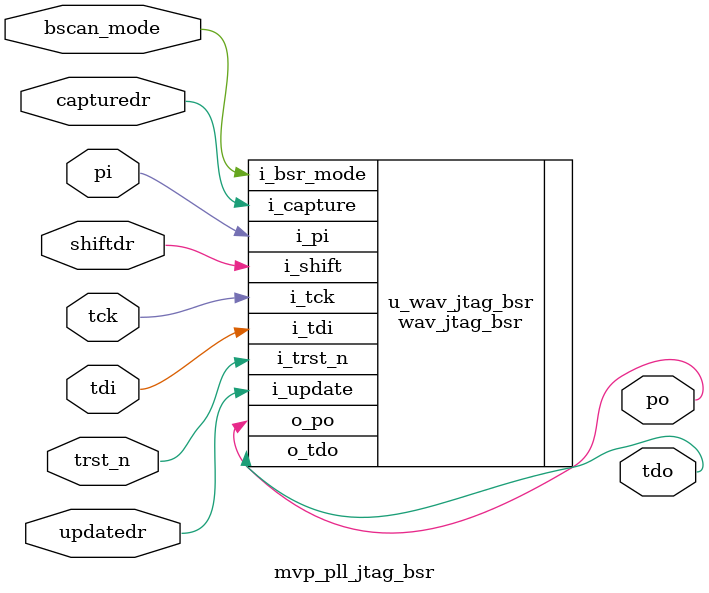
<source format=v>
/*********************************************************************************
Copyright (c) 2021 Wavious LLC

Licensed under the Apache License, Version 2.0 (the "License");
you may not use this file except in compliance with the License.
You may obtain a copy of the License at

    http://www.apache.org/licenses/LICENSE-2.0

Unless required by applicable law or agreed to in writing, software
distributed under the License is distributed on an "AS IS" BASIS,
WITHOUT WARRANTIES OR CONDITIONS OF ANY KIND, either express or implied.
See the License for the specific language governing permissions and
limitations under the License.

*********************************************************************************/

//===================================================================
//
// Created by sbridges on December/18/2020 at 05:30:28
//
// mvp_pll_regs_top.v
//
//===================================================================



module mvp_pll_regs_top #(
  parameter    ADDR_WIDTH = 8
)(
  //CORE_OVERRIDES
  input  wire         core_reset,
  output wire         swi_core_reset_muxed,
  input  wire [1:0]   core_vco_sel,
  output wire [1:0]   swi_core_vco_sel_muxed,
  input  wire         core_gfcm_sel,
  output wire         swi_core_gfcm_sel_muxed,
  //CORE_SWTICH_VCO
  output wire         wfifo_core_switch_vco,
  output wire         wfifo_winc_core_switch_vco,
  //CORE_SWTICH_VCO_HW
  input  wire         core_switch_vco_hw,
  output wire         swi_core_switch_vco_hw_muxed,
  //CORE_STATUS
  input  wire         core_ready,
  input  wire         core_fastlock_ready,
  input  wire         core_initial_switch_done,
  input  wire         freq_detect_lock,
  input  wire [16:0]  freq_detect_cycles,
  input  wire [3:0]   fsm_state,
  //CORE_STATUS_INT
  input  wire         w1c_in_loss_of_lock,
  output wire         w1c_out_loss_of_lock,
  input  wire         w1c_in_core_locked,
  output wire         w1c_out_core_locked,
  input  wire         w1c_in_initial_switch_done,
  output wire         w1c_out_initial_switch_done,
  input  wire         w1c_in_vco0_fll_locked,
  output wire         w1c_out_vco0_fll_locked,
  input  wire         w1c_in_vco0_fll_threshold,
  output wire         w1c_out_vco0_fll_threshold,
  input  wire         w1c_in_vco1_fll_locked,
  output wire         w1c_out_vco1_fll_locked,
  input  wire         w1c_in_vco1_fll_threshold,
  output wire         w1c_out_vco1_fll_threshold,
  input  wire         w1c_in_vco2_fll_locked,
  output wire         w1c_out_vco2_fll_locked,
  input  wire         w1c_in_vco2_fll_threshold,
  output wire         w1c_out_vco2_fll_threshold,
  //CORE_STATUS_INT_EN
  output wire         swi_loss_of_lock_int_en,
  output wire         swi_core_locked_int_en,
  output wire         swi_initial_switch_done_int_en,
  output wire         swi_vco0_fll_locked_int_en,
  output wire         swi_vco0_fll_threshold_int_en,
  output wire         swi_vco1_fll_locked_int_en,
  output wire         swi_vco1_fll_threshold_int_en,
  output wire         swi_vco2_fll_locked_int_en,
  output wire         swi_vco2_fll_threshold_int_en,
  //VCO0_BAND
  input  wire [5:0]   vco0_band,
  output wire [5:0]   swi_vco0_band_muxed,
  input  wire [5:0]   vco0_fine,
  output wire [5:0]   swi_vco0_fine_muxed,
  //VCO0_CONTROL
  input  wire         vco0_ena,
  output wire         swi_vco0_ena_muxed,
  output wire         swi_vco0_byp_clk_sel,
  //VCO0_FLL_CONTROL1
  output wire         swi_vco0_fll_enable,
  output wire         swi_vco0_fll_manual_mode,
  output wire [5:0]   swi_vco0_band_start,
  output wire [5:0]   swi_vco0_fine_start,
  output wire [3:0]   swi_vco0_delay_count,
  output wire         swi_vco0_use_demeted_check,
  output wire [3:0]   swi_vco0_locked_count_threshold,
  output wire         swi_vco0_fll_bypass_band,
  output wire         swi_vco0_fll_bypass_fine,
  output wire         swi_vco0_fll_persistent_mode,
  input  wire         vco0_too_fast_status,
  input  wire         vco0_too_slow_status,
  input  wire         vco0_locked,
  //VCO0_FLL_CONTROL2
  output wire [7:0]   swi_vco0_fll_refclk_count,
  output wire [15:0]  swi_vco0_fll_vco_count_target,
  output wire [4:0]   swi_vco0_fll_range,
  //VCO0_FLL_CONTROL3
  output wire [5:0]   swi_vco0_fll_band_thresh,
  //VCO0_FLL_BAND_STATUS
  input  wire [5:0]   vco0_band_status,
  input  wire [5:0]   vco0_band_prev_status,
  input  wire [5:0]   vco0_fine_status,
  input  wire [5:0]   vco0_fine_prev_status,
  //VCO0_FLL_COUNT_STATUS
  input  wire [15:0]  vco0_vco_count,
  //VCO0_INT_FRAC_SETTINGS
  output wire [8:0]   swi_vco0_int,
  output wire [15:0]  swi_vco0_frac,
  output wire         swi_vco0_frac_en,
  output wire         swi_vco0_frac_en_auto,
  //VCO0_PROP_GAINS
  output wire [4:0]   swi_vco0_prop_gain,
  //VCO1_BAND
  input  wire [5:0]   vco1_band,
  output wire [5:0]   swi_vco1_band_muxed,
  input  wire [5:0]   vco1_fine,
  output wire [5:0]   swi_vco1_fine_muxed,
  //VCO1_CONTROL
  input  wire         vco1_ena,
  output wire         swi_vco1_ena_muxed,
  output wire         swi_vco1_byp_clk_sel,
  output wire [1:0]   swi_vco1_post_div,
  //VCO1_FLL_CONTROL1
  output wire         swi_vco1_fll_enable,
  output wire         swi_vco1_fll_manual_mode,
  output wire [5:0]   swi_vco1_band_start,
  output wire [5:0]   swi_vco1_fine_start,
  output wire [3:0]   swi_vco1_delay_count,
  output wire         swi_vco1_use_demeted_check,
  output wire [3:0]   swi_vco1_locked_count_threshold,
  output wire         swi_vco1_fll_bypass_band,
  output wire         swi_vco1_fll_bypass_fine,
  output wire         swi_vco1_fll_persistent_mode,
  input  wire         vco1_too_fast_status,
  input  wire         vco1_too_slow_status,
  input  wire         vco1_locked,
  //VCO1_FLL_CONTROL2
  output wire [7:0]   swi_vco1_fll_refclk_count,
  output wire [15:0]  swi_vco1_fll_vco_count_target,
  output wire [4:0]   swi_vco1_fll_range,
  //VCO1_FLL_CONTROL3
  output wire [5:0]   swi_vco1_fll_band_thresh,
  //VCO1_FLL_BAND_STATUS
  input  wire [5:0]   vco1_band_status,
  input  wire [5:0]   vco1_band_prev_status,
  input  wire [5:0]   vco1_fine_status,
  input  wire [5:0]   vco1_fine_prev_status,
  //VCO1_FLL_COUNT_STATUS
  input  wire [15:0]  vco1_vco_count,
  //VCO1_INT_FRAC_SETTINGS
  output wire [8:0]   swi_vco1_int,
  output wire [15:0]  swi_vco1_frac,
  output wire         swi_vco1_frac_en,
  output wire         swi_vco1_frac_en_auto,
  //VCO1_PROP_GAINS
  output wire [4:0]   swi_vco1_prop_gain,
  //VCO1_SSC_CONTROLS
  output wire         swi_vco1_ssc_enable,
  output wire [9:0]   swi_vco1_ssc_stepsize,
  output wire [16:0]  swi_vco1_ssc_amp,
  output wire         swi_vco1_ssc_count_cycles,
  output wire         swi_vco1_ssc_center_spread,
  //VCO2_BAND
  input  wire [5:0]   vco2_band,
  output wire [5:0]   swi_vco2_band_muxed,
  input  wire [5:0]   vco2_fine,
  output wire [5:0]   swi_vco2_fine_muxed,
  //VCO2_CONTROL
  input  wire         vco2_ena,
  output wire         swi_vco2_ena_muxed,
  output wire         swi_vco2_byp_clk_sel,
  output wire [1:0]   swi_vco2_post_div,
  //VCO2_FLL_CONTROL1
  output wire         swi_vco2_fll_enable,
  output wire         swi_vco2_fll_manual_mode,
  output wire [5:0]   swi_vco2_band_start,
  output wire [5:0]   swi_vco2_fine_start,
  output wire [3:0]   swi_vco2_delay_count,
  output wire         swi_vco2_use_demeted_check,
  output wire [3:0]   swi_vco2_locked_count_threshold,
  output wire         swi_vco2_fll_bypass_band,
  output wire         swi_vco2_fll_bypass_fine,
  output wire         swi_vco2_fll_persistent_mode,
  input  wire         vco2_too_fast_status,
  input  wire         vco2_too_slow_status,
  input  wire         vco2_locked,
  //VCO2_FLL_CONTROL2
  output wire [7:0]   swi_vco2_fll_refclk_count,
  output wire [15:0]  swi_vco2_fll_vco_count_target,
  output wire [4:0]   swi_vco2_fll_range,
  //VCO2_FLL_CONTROL3
  output wire [5:0]   swi_vco2_fll_band_thresh,
  //VCO2_FLL_BAND_STATUS
  input  wire [5:0]   vco2_band_status,
  input  wire [5:0]   vco2_band_prev_status,
  input  wire [5:0]   vco2_fine_status,
  input  wire [5:0]   vco2_fine_prev_status,
  //VCO2_FLL_COUNT_STATUS
  input  wire [15:0]  vco2_vco_count,
  //VCO2_INT_FRAC_SETTINGS
  output wire [8:0]   swi_vco2_int,
  output wire [15:0]  swi_vco2_frac,
  output wire         swi_vco2_frac_en,
  output wire         swi_vco2_frac_en_auto,
  //VCO2_PROP_GAINS
  output wire [4:0]   swi_vco2_prop_gain,
  //VCO2_SSC_CONTROLS
  output wire         swi_vco2_ssc_enable,
  output wire [9:0]   swi_vco2_ssc_stepsize,
  output wire [16:0]  swi_vco2_ssc_amp,
  output wire         swi_vco2_ssc_count_cycles,
  output wire         swi_vco2_ssc_center_spread,
  //STATE_MACHINE_CONTROLS
  output wire [7:0]   swi_bias_settle_count,
  output wire [7:0]   swi_pre_locking_count,
  output wire [3:0]   swi_switch_count,
  output wire         swi_disable_lock_det_after_lock,
  output wire [3:0]   swi_fll_initial_settle,
  //STATE_MACHINE_CONTROLS2
  output wire [3:0]   swi_pre_switch_time,
  output wire [3:0]   swi_switch_reset_time,
  output wire [7:0]   swi_switch_1_time,
  output wire [7:0]   swi_switch_2_time,
  //INTR_GAINS
  output wire [4:0]   swi_normal_int_gain,
  //INTR_PROP_FL_GAINS
  output wire [4:0]   swi_fl_int_gain,
  output wire [4:0]   swi_fl_prop_gain,
  //INTR_PROP_GAINS_OVERRIDE
  input  wire [4:0]   int_gain,
  output wire [4:0]   swi_int_gain_muxed,
  input  wire [4:0]   prop_gain,
  output wire [4:0]   swi_prop_gain_muxed,
  //LOCK_DET_SETTINGS
  output wire [15:0]  swi_ld_refclk_cycles,
  output wire [5:0]   swi_ld_range,
  //FASTLOCK_DET_SETTINGS
  output wire [15:0]  swi_fastld_refclk_cycles,
  output wire [5:0]   swi_fastld_range,
  //ANALOG_EN_RESET
  input  wire         pll_en,
  output wire         swi_pll_en_muxed,
  input  wire         pll_reset,
  output wire         swi_pll_reset_muxed,
  input  wire [8:0]   fbdiv_sel,
  output wire [8:0]   swi_fbdiv_sel_muxed,
  input  wire [1:0]   vco_sel,
  output wire [1:0]   swi_vco_sel_muxed,
  //MODE_DTST_MISC
  output wire [3:0]   swi_bias_lvl,
  output wire         swi_cp_int_mode,
  input  wire         en_lock_det,
  output wire         swi_en_lock_det_muxed,
  output wire         swi_div16en,
  output wire         swi_bias_sel,
  //PROP_CTRLS
  output wire [1:0]   swi_prop_c_ctrl,
  output wire [1:0]   swi_prop_r_ctrl,
  //REFCLK_CONTROLS
  output wire [1:0]   swi_pfd_mode,
  output wire         swi_sel_refclk_alt,
  //CLKGATE_DISABLES
  output wire         swi_force_fbclk_gate,
  output wire         swi_force_vco0_clk_gate,
  output wire         swi_force_vco1_clk_gate,
  output wire         swi_force_vco2_clk_gate,
  //DEBUG_BUS_STATUS
  output reg  [31:0]  debug_bus_ctrl_status,

  //DFT Ports (if used)
  input  wire dft_core_scan_mode,
  input  wire dft_iddq_mode,
  input  wire dft_bscan_mode,
  // BSCAN Shift Interface
  input  wire dft_bscan_tck,
  input  wire dft_bscan_trst_n,
  input  wire dft_bscan_capturedr,
  input  wire dft_bscan_shiftdr,
  input  wire dft_bscan_updatedr,
  input  wire dft_bscan_tdi,
  output wire dft_bscan_tdo,     //Assigned to last in chain

    // AHB Interface
  input  wire RegReset,
  input  wire RegClk,
  input  wire                     hsel,
  input  wire                     hwrite,
  input  wire [1:0]               htrans,
  input  wire [2:0]               hsize,    //not really supporting
  input  wire [2:0]               hburst,   //not really supporting
  input  wire [(ADDR_WIDTH-1):0]  haddr,
  input  wire [31:0]              hwdata,
  output wire [31:0]              hrdata,
  output wire [1:0]               hresp,
  output wire                     hready
);
  
  //DFT Tieoffs (if not used)
  wire dft_hiz_mode = 1'b0;

  //AHB Setup/Access 
  wire [(ADDR_WIDTH-1):0] RegAddr_in;
  reg  [(ADDR_WIDTH-1):0] RegAddr;
  wire [31:0] RegWrData_in;
  //reg  [31:0] RegWrData;
  wire [31:0] RegWrData;
  wire RegWrEn_in;
  reg  RegWrEn;
  wire RegRdEn_in;
  reg  RegRdEn;
  
  wire htrans_valid;
  
  assign htrans_valid = (htrans == 2'b11) || (htrans == 2'b10);

  assign RegAddr_in =            hsel && htrans_valid ? haddr : RegAddr; 
  assign RegWrEn_in = hwrite  && hsel && htrans_valid;
  assign RegRdEn_in = ~hwrite && hsel && htrans_valid;

  always @(posedge RegClk or posedge RegReset) begin
    if (RegReset) begin
      RegAddr   <= {(ADDR_WIDTH){1'b0}};
      RegWrEn   <= 1'b0;
      RegRdEn   <= 1'b0;
      //RegWrData <= 32'h00000000;
    end else begin
      RegAddr   <= RegAddr_in;
      RegWrEn   <= RegWrEn_in;
      RegRdEn   <= RegRdEn_in;
      //RegWrData <= hwdata;
    end
  end
  
  assign RegWrData = hwdata;

  //We are always ready to accept data
  assign hready  = 1'b1;
  


  //Regs for Mux Override sel
  reg  reg_core_reset_mux;
  reg  reg_core_vco_sel_mux;
  reg  reg_core_gfcm_sel_mux;
  reg  reg_core_switch_vco_hw_mux;
  reg  reg_vco0_band_mux;
  reg  reg_vco0_fine_mux;
  reg  reg_vco0_ena_mux;
  reg  reg_vco1_band_mux;
  reg  reg_vco1_fine_mux;
  reg  reg_vco1_ena_mux;
  reg  reg_vco2_band_mux;
  reg  reg_vco2_fine_mux;
  reg  reg_vco2_ena_mux;
  reg  reg_int_gain_mux;
  reg  reg_prop_gain_mux;
  reg  reg_pll_en_mux;
  reg  reg_pll_reset_mux;
  reg  reg_fbdiv_sel_mux;
  reg  reg_vco_sel_mux;
  reg  reg_en_lock_det_mux;



  //---------------------------
  // CORE_OVERRIDES
  // core_reset - Main logic reset
  // core_reset_mux - 1 - Use value from register. 0 - Use value from hardware
  // core_vco_sel - Selects which VCO is in PLL mode. Requires core_switch_vco to be written to take new value.
  // core_vco_sel_mux - 1 - Use value from register. 0 - Use value from hardware
  // core_gfcm_sel - Overrides the GFCM that is external. If you aren't sure what that means, don't play with this.
  // core_gfcm_sel_mux - 
  //---------------------------
  wire [31:0] CORE_OVERRIDES_reg_read;
  reg          reg_core_reset;
  reg  [1:0]   reg_core_vco_sel;
  reg          reg_core_gfcm_sel;

  always @(posedge RegClk or posedge RegReset) begin
    if(RegReset) begin
      reg_core_reset                         <= 1'h0;
      reg_core_reset_mux                     <= 1'h0;
      reg_core_vco_sel                       <= 2'h0;
      reg_core_vco_sel_mux                   <= 1'h0;
      reg_core_gfcm_sel                      <= 1'h0;
      reg_core_gfcm_sel_mux                  <= 1'h0;
    end else if(RegAddr == 'h0 && RegWrEn) begin
      reg_core_reset                         <= RegWrData[0];
      reg_core_reset_mux                     <= RegWrData[1];
      reg_core_vco_sel                       <= RegWrData[3:2];
      reg_core_vco_sel_mux                   <= RegWrData[4];
      reg_core_gfcm_sel                      <= RegWrData[5];
      reg_core_gfcm_sel_mux                  <= RegWrData[6];
    end else begin
      reg_core_reset                         <= reg_core_reset;
      reg_core_reset_mux                     <= reg_core_reset_mux;
      reg_core_vco_sel                       <= reg_core_vco_sel;
      reg_core_vco_sel_mux                   <= reg_core_vco_sel_mux;
      reg_core_gfcm_sel                      <= reg_core_gfcm_sel;
      reg_core_gfcm_sel_mux                  <= reg_core_gfcm_sel_mux;
    end
  end

  assign CORE_OVERRIDES_reg_read = {25'h0,
          reg_core_gfcm_sel_mux,
          reg_core_gfcm_sel,
          reg_core_vco_sel_mux,
          reg_core_vco_sel,
          reg_core_reset_mux,
          reg_core_reset};

  //-----------------------

  wire        swi_core_reset_muxed_pre;
  wav_clock_mux u_wav_clock_mux_core_reset (
    .clk0    ( core_reset                         ),              
    .clk1    ( reg_core_reset                     ),              
    .sel     ( reg_core_reset_mux                 ),      
    .clk_out ( swi_core_reset_muxed_pre           )); 

  assign swi_core_reset_muxed = swi_core_reset_muxed_pre;

  //-----------------------
  //-----------------------

  wire [1:0]  swi_core_vco_sel_muxed_pre;
  wav_clock_mux u_wav_clock_mux_core_vco_sel[1:0] (
    .clk0    ( core_vco_sel                       ),              
    .clk1    ( reg_core_vco_sel                   ),              
    .sel     ( reg_core_vco_sel_mux               ),      
    .clk_out ( swi_core_vco_sel_muxed_pre         )); 

  assign swi_core_vco_sel_muxed = swi_core_vco_sel_muxed_pre;

  //-----------------------
  //-----------------------

  wire        swi_core_gfcm_sel_muxed_pre;
  wav_clock_mux u_wav_clock_mux_core_gfcm_sel (
    .clk0    ( core_gfcm_sel                      ),              
    .clk1    ( reg_core_gfcm_sel                  ),              
    .sel     ( reg_core_gfcm_sel_mux              ),      
    .clk_out ( swi_core_gfcm_sel_muxed_pre        )); 

  assign swi_core_gfcm_sel_muxed = swi_core_gfcm_sel_muxed_pre;

  //-----------------------




  //---------------------------
  // CORE_SWTICH_VCO
  // core_switch_vco - Writing a 1 to this will cause the PLL statemachine to switch to the selected VCO.
  //---------------------------
  wire [31:0] CORE_SWTICH_VCO_reg_read;

  assign wfifo_core_switch_vco      = (RegAddr == 'h4 && RegWrEn) ? RegWrData[0] : 'd0;
  assign wfifo_winc_core_switch_vco = (RegAddr == 'h4 && RegWrEn);
  assign CORE_SWTICH_VCO_reg_read = {31'h0,
          1'd0}; //Reserved

  //-----------------------




  //---------------------------
  // CORE_SWTICH_VCO_HW
  // core_switch_vco_hw - HW Override register for core_switch_vco from external HW source. Basically don't use this register value unless someone tells you
  // core_switch_vco_hw_mux - 
  //---------------------------
  wire [31:0] CORE_SWTICH_VCO_HW_reg_read;
  reg          reg_core_switch_vco_hw;

  always @(posedge RegClk or posedge RegReset) begin
    if(RegReset) begin
      reg_core_switch_vco_hw                 <= 1'h0;
      reg_core_switch_vco_hw_mux             <= 1'h0;
    end else if(RegAddr == 'h8 && RegWrEn) begin
      reg_core_switch_vco_hw                 <= RegWrData[0];
      reg_core_switch_vco_hw_mux             <= RegWrData[1];
    end else begin
      reg_core_switch_vco_hw                 <= reg_core_switch_vco_hw;
      reg_core_switch_vco_hw_mux             <= reg_core_switch_vco_hw_mux;
    end
  end

  assign CORE_SWTICH_VCO_HW_reg_read = {30'h0,
          reg_core_switch_vco_hw_mux,
          reg_core_switch_vco_hw};

  //-----------------------

  wire        swi_core_switch_vco_hw_muxed_pre;
  wav_clock_mux u_wav_clock_mux_core_switch_vco_hw (
    .clk0    ( core_switch_vco_hw                 ),              
    .clk1    ( reg_core_switch_vco_hw             ),              
    .sel     ( reg_core_switch_vco_hw_mux         ),      
    .clk_out ( swi_core_switch_vco_hw_muxed_pre     )); 

  assign swi_core_switch_vco_hw_muxed = swi_core_switch_vco_hw_muxed_pre;

  //-----------------------




  //---------------------------
  // CORE_STATUS
  // core_ready - Asserts when the state machine has gone through the entire lock process
  // core_fastlock_ready - Asserts when the state machine has gone through the fast lock process (but not entire lock)
  // core_initial_switch_done - Asserts when the state machine has gone through the VCO swtich and is on the next VCO.
  // freq_detect_lock - Status of the freq detection circuit
  // freq_detect_cycles - Current FB cycles from freq detection circuit
  // fsm_state - FSM State
  //---------------------------
  wire [31:0] CORE_STATUS_reg_read;
  assign CORE_STATUS_reg_read = {7'h0,
          fsm_state,
          freq_detect_cycles,
          freq_detect_lock,
          core_initial_switch_done,
          core_fastlock_ready,
          core_ready};

  //-----------------------
  //-----------------------
  //-----------------------
  //-----------------------
  //-----------------------
  //-----------------------




  //---------------------------
  // CORE_STATUS_INT
  // loss_of_lock - Asserts when the lock detection circuit loses lock after initially seeing lock. 
  // core_locked - Asserts when the main state machine has gone through the PLL enabling routine and lock has been detected. (Informative)
  // initial_switch_done - Asserts when the main state machine has gone through the initial switch transition.
  // vco0_fll_locked - Asserts when the FLL has completed calibrations and is conceptually locked. (Informative)
  // vco0_fll_threshold - Asserts when the FLL hits the threshold value or higher during freq lock.
  // vco1_fll_locked - Asserts when the FLL has completed calibrations and is conceptually locked. (Informative)
  // vco1_fll_threshold - Asserts when the FLL hits the threshold value or higher during freq lock.
  // vco2_fll_locked - Asserts when the FLL has completed calibrations and is conceptually locked. (Informative)
  // vco2_fll_threshold - Asserts when the FLL hits the threshold value or higher during freq lock.
  //---------------------------
  wire [31:0] CORE_STATUS_INT_reg_read;
  reg          reg_w1c_loss_of_lock;
  wire         reg_w1c_in_loss_of_lock_ff2;
  reg          reg_w1c_in_loss_of_lock_ff3;
  reg          reg_w1c_core_locked;
  wire         reg_w1c_in_core_locked_ff2;
  reg          reg_w1c_in_core_locked_ff3;
  reg          reg_w1c_initial_switch_done;
  wire         reg_w1c_in_initial_switch_done_ff2;
  reg          reg_w1c_in_initial_switch_done_ff3;
  reg          reg_w1c_vco0_fll_locked;
  wire         reg_w1c_in_vco0_fll_locked_ff2;
  reg          reg_w1c_in_vco0_fll_locked_ff3;
  reg          reg_w1c_vco0_fll_threshold;
  wire         reg_w1c_in_vco0_fll_threshold_ff2;
  reg          reg_w1c_in_vco0_fll_threshold_ff3;
  reg          reg_w1c_vco1_fll_locked;
  wire         reg_w1c_in_vco1_fll_locked_ff2;
  reg          reg_w1c_in_vco1_fll_locked_ff3;
  reg          reg_w1c_vco1_fll_threshold;
  wire         reg_w1c_in_vco1_fll_threshold_ff2;
  reg          reg_w1c_in_vco1_fll_threshold_ff3;
  reg          reg_w1c_vco2_fll_locked;
  wire         reg_w1c_in_vco2_fll_locked_ff2;
  reg          reg_w1c_in_vco2_fll_locked_ff3;
  reg          reg_w1c_vco2_fll_threshold;
  wire         reg_w1c_in_vco2_fll_threshold_ff2;
  reg          reg_w1c_in_vco2_fll_threshold_ff3;

  // loss_of_lock W1C Logic
  always @(posedge RegClk or posedge RegReset) begin
    if(RegReset) begin
      reg_w1c_loss_of_lock                      <= 1'h0;
      reg_w1c_in_loss_of_lock_ff3               <= 1'h0;
    end else begin
      reg_w1c_loss_of_lock                      <= RegWrData[0] && reg_w1c_loss_of_lock && (RegAddr == 'h10) && RegWrEn ? 1'b0 : (reg_w1c_in_loss_of_lock_ff2 & ~reg_w1c_in_loss_of_lock_ff3 ? 1'b1 : reg_w1c_loss_of_lock);
      reg_w1c_in_loss_of_lock_ff3               <= reg_w1c_in_loss_of_lock_ff2;
    end
  end

  demet_reset u_demet_reset_loss_of_lock (
    .clk     ( RegClk                                     ),              
    .reset   ( RegReset                                   ),              
    .sig_in  ( w1c_in_loss_of_lock                        ),            
    .sig_out ( reg_w1c_in_loss_of_lock_ff2                )); 


  // core_locked W1C Logic
  always @(posedge RegClk or posedge RegReset) begin
    if(RegReset) begin
      reg_w1c_core_locked                       <= 1'h0;
      reg_w1c_in_core_locked_ff3                <= 1'h0;
    end else begin
      reg_w1c_core_locked                       <= RegWrData[1] && reg_w1c_core_locked && (RegAddr == 'h10) && RegWrEn ? 1'b0 : (reg_w1c_in_core_locked_ff2 & ~reg_w1c_in_core_locked_ff3 ? 1'b1 : reg_w1c_core_locked);
      reg_w1c_in_core_locked_ff3                <= reg_w1c_in_core_locked_ff2;
    end
  end

  demet_reset u_demet_reset_core_locked (
    .clk     ( RegClk                                     ),              
    .reset   ( RegReset                                   ),              
    .sig_in  ( w1c_in_core_locked                         ),            
    .sig_out ( reg_w1c_in_core_locked_ff2                 )); 


  // initial_switch_done W1C Logic
  always @(posedge RegClk or posedge RegReset) begin
    if(RegReset) begin
      reg_w1c_initial_switch_done               <= 1'h0;
      reg_w1c_in_initial_switch_done_ff3        <= 1'h0;
    end else begin
      reg_w1c_initial_switch_done               <= RegWrData[2] && reg_w1c_initial_switch_done && (RegAddr == 'h10) && RegWrEn ? 1'b0 : (reg_w1c_in_initial_switch_done_ff2 & ~reg_w1c_in_initial_switch_done_ff3 ? 1'b1 : reg_w1c_initial_switch_done);
      reg_w1c_in_initial_switch_done_ff3        <= reg_w1c_in_initial_switch_done_ff2;
    end
  end

  demet_reset u_demet_reset_initial_switch_done (
    .clk     ( RegClk                                     ),              
    .reset   ( RegReset                                   ),              
    .sig_in  ( w1c_in_initial_switch_done                 ),            
    .sig_out ( reg_w1c_in_initial_switch_done_ff2         )); 


  // vco0_fll_locked W1C Logic
  always @(posedge RegClk or posedge RegReset) begin
    if(RegReset) begin
      reg_w1c_vco0_fll_locked                   <= 1'h0;
      reg_w1c_in_vco0_fll_locked_ff3            <= 1'h0;
    end else begin
      reg_w1c_vco0_fll_locked                   <= RegWrData[3] && reg_w1c_vco0_fll_locked && (RegAddr == 'h10) && RegWrEn ? 1'b0 : (reg_w1c_in_vco0_fll_locked_ff2 & ~reg_w1c_in_vco0_fll_locked_ff3 ? 1'b1 : reg_w1c_vco0_fll_locked);
      reg_w1c_in_vco0_fll_locked_ff3            <= reg_w1c_in_vco0_fll_locked_ff2;
    end
  end

  demet_reset u_demet_reset_vco0_fll_locked (
    .clk     ( RegClk                                     ),              
    .reset   ( RegReset                                   ),              
    .sig_in  ( w1c_in_vco0_fll_locked                     ),            
    .sig_out ( reg_w1c_in_vco0_fll_locked_ff2             )); 


  // vco0_fll_threshold W1C Logic
  always @(posedge RegClk or posedge RegReset) begin
    if(RegReset) begin
      reg_w1c_vco0_fll_threshold                <= 1'h0;
      reg_w1c_in_vco0_fll_threshold_ff3         <= 1'h0;
    end else begin
      reg_w1c_vco0_fll_threshold                <= RegWrData[4] && reg_w1c_vco0_fll_threshold && (RegAddr == 'h10) && RegWrEn ? 1'b0 : (reg_w1c_in_vco0_fll_threshold_ff2 & ~reg_w1c_in_vco0_fll_threshold_ff3 ? 1'b1 : reg_w1c_vco0_fll_threshold);
      reg_w1c_in_vco0_fll_threshold_ff3         <= reg_w1c_in_vco0_fll_threshold_ff2;
    end
  end

  demet_reset u_demet_reset_vco0_fll_threshold (
    .clk     ( RegClk                                     ),              
    .reset   ( RegReset                                   ),              
    .sig_in  ( w1c_in_vco0_fll_threshold                  ),            
    .sig_out ( reg_w1c_in_vco0_fll_threshold_ff2          )); 


  // vco1_fll_locked W1C Logic
  always @(posedge RegClk or posedge RegReset) begin
    if(RegReset) begin
      reg_w1c_vco1_fll_locked                   <= 1'h0;
      reg_w1c_in_vco1_fll_locked_ff3            <= 1'h0;
    end else begin
      reg_w1c_vco1_fll_locked                   <= RegWrData[5] && reg_w1c_vco1_fll_locked && (RegAddr == 'h10) && RegWrEn ? 1'b0 : (reg_w1c_in_vco1_fll_locked_ff2 & ~reg_w1c_in_vco1_fll_locked_ff3 ? 1'b1 : reg_w1c_vco1_fll_locked);
      reg_w1c_in_vco1_fll_locked_ff3            <= reg_w1c_in_vco1_fll_locked_ff2;
    end
  end

  demet_reset u_demet_reset_vco1_fll_locked (
    .clk     ( RegClk                                     ),              
    .reset   ( RegReset                                   ),              
    .sig_in  ( w1c_in_vco1_fll_locked                     ),            
    .sig_out ( reg_w1c_in_vco1_fll_locked_ff2             )); 


  // vco1_fll_threshold W1C Logic
  always @(posedge RegClk or posedge RegReset) begin
    if(RegReset) begin
      reg_w1c_vco1_fll_threshold                <= 1'h0;
      reg_w1c_in_vco1_fll_threshold_ff3         <= 1'h0;
    end else begin
      reg_w1c_vco1_fll_threshold                <= RegWrData[6] && reg_w1c_vco1_fll_threshold && (RegAddr == 'h10) && RegWrEn ? 1'b0 : (reg_w1c_in_vco1_fll_threshold_ff2 & ~reg_w1c_in_vco1_fll_threshold_ff3 ? 1'b1 : reg_w1c_vco1_fll_threshold);
      reg_w1c_in_vco1_fll_threshold_ff3         <= reg_w1c_in_vco1_fll_threshold_ff2;
    end
  end

  demet_reset u_demet_reset_vco1_fll_threshold (
    .clk     ( RegClk                                     ),              
    .reset   ( RegReset                                   ),              
    .sig_in  ( w1c_in_vco1_fll_threshold                  ),            
    .sig_out ( reg_w1c_in_vco1_fll_threshold_ff2          )); 


  // vco2_fll_locked W1C Logic
  always @(posedge RegClk or posedge RegReset) begin
    if(RegReset) begin
      reg_w1c_vco2_fll_locked                   <= 1'h0;
      reg_w1c_in_vco2_fll_locked_ff3            <= 1'h0;
    end else begin
      reg_w1c_vco2_fll_locked                   <= RegWrData[7] && reg_w1c_vco2_fll_locked && (RegAddr == 'h10) && RegWrEn ? 1'b0 : (reg_w1c_in_vco2_fll_locked_ff2 & ~reg_w1c_in_vco2_fll_locked_ff3 ? 1'b1 : reg_w1c_vco2_fll_locked);
      reg_w1c_in_vco2_fll_locked_ff3            <= reg_w1c_in_vco2_fll_locked_ff2;
    end
  end

  demet_reset u_demet_reset_vco2_fll_locked (
    .clk     ( RegClk                                     ),              
    .reset   ( RegReset                                   ),              
    .sig_in  ( w1c_in_vco2_fll_locked                     ),            
    .sig_out ( reg_w1c_in_vco2_fll_locked_ff2             )); 


  // vco2_fll_threshold W1C Logic
  always @(posedge RegClk or posedge RegReset) begin
    if(RegReset) begin
      reg_w1c_vco2_fll_threshold                <= 1'h0;
      reg_w1c_in_vco2_fll_threshold_ff3         <= 1'h0;
    end else begin
      reg_w1c_vco2_fll_threshold                <= RegWrData[8] && reg_w1c_vco2_fll_threshold && (RegAddr == 'h10) && RegWrEn ? 1'b0 : (reg_w1c_in_vco2_fll_threshold_ff2 & ~reg_w1c_in_vco2_fll_threshold_ff3 ? 1'b1 : reg_w1c_vco2_fll_threshold);
      reg_w1c_in_vco2_fll_threshold_ff3         <= reg_w1c_in_vco2_fll_threshold_ff2;
    end
  end

  demet_reset u_demet_reset_vco2_fll_threshold (
    .clk     ( RegClk                                     ),              
    .reset   ( RegReset                                   ),              
    .sig_in  ( w1c_in_vco2_fll_threshold                  ),            
    .sig_out ( reg_w1c_in_vco2_fll_threshold_ff2          )); 

  assign CORE_STATUS_INT_reg_read = {23'h0,
          reg_w1c_vco2_fll_threshold,
          reg_w1c_vco2_fll_locked,
          reg_w1c_vco1_fll_threshold,
          reg_w1c_vco1_fll_locked,
          reg_w1c_vco0_fll_threshold,
          reg_w1c_vco0_fll_locked,
          reg_w1c_initial_switch_done,
          reg_w1c_core_locked,
          reg_w1c_loss_of_lock};

  //-----------------------
  assign w1c_out_loss_of_lock = reg_w1c_loss_of_lock;
  //-----------------------
  assign w1c_out_core_locked = reg_w1c_core_locked;
  //-----------------------
  assign w1c_out_initial_switch_done = reg_w1c_initial_switch_done;
  //-----------------------
  assign w1c_out_vco0_fll_locked = reg_w1c_vco0_fll_locked;
  //-----------------------
  assign w1c_out_vco0_fll_threshold = reg_w1c_vco0_fll_threshold;
  //-----------------------
  assign w1c_out_vco1_fll_locked = reg_w1c_vco1_fll_locked;
  //-----------------------
  assign w1c_out_vco1_fll_threshold = reg_w1c_vco1_fll_threshold;
  //-----------------------
  assign w1c_out_vco2_fll_locked = reg_w1c_vco2_fll_locked;
  //-----------------------
  assign w1c_out_vco2_fll_threshold = reg_w1c_vco2_fll_threshold;




  //---------------------------
  // CORE_STATUS_INT_EN
  // loss_of_lock_int_en - 1 - Enables loss_of_lock interrupt
  // core_locked_int_en - 1 - Enables the core_locked interrupt
  // initial_switch_done_int_en - 1 - Enables the initial_switch_done interrupt
  // vco0_fll_locked_int_en - 1 - Enables the fll_locked interrupt
  // vco0_fll_threshold_int_en - 1 - Enables fll_threshold interrupt
  // vco1_fll_locked_int_en - 1 - Enables the fll_locked interrupt
  // vco1_fll_threshold_int_en - 1 - Enables fll_threshold interrupt
  // vco2_fll_locked_int_en - 1 - Enables the fll_locked interrupt
  // vco2_fll_threshold_int_en - 1 - Enables fll_threshold interrupt
  //---------------------------
  wire [31:0] CORE_STATUS_INT_EN_reg_read;
  reg         reg_loss_of_lock_int_en;
  reg         reg_core_locked_int_en;
  reg         reg_initial_switch_done_int_en;
  reg         reg_vco0_fll_locked_int_en;
  reg         reg_vco0_fll_threshold_int_en;
  reg         reg_vco1_fll_locked_int_en;
  reg         reg_vco1_fll_threshold_int_en;
  reg         reg_vco2_fll_locked_int_en;
  reg         reg_vco2_fll_threshold_int_en;

  always @(posedge RegClk or posedge RegReset) begin
    if(RegReset) begin
      reg_loss_of_lock_int_en                <= 1'h0;
      reg_core_locked_int_en                 <= 1'h0;
      reg_initial_switch_done_int_en         <= 1'h0;
      reg_vco0_fll_locked_int_en             <= 1'h0;
      reg_vco0_fll_threshold_int_en          <= 1'h0;
      reg_vco1_fll_locked_int_en             <= 1'h0;
      reg_vco1_fll_threshold_int_en          <= 1'h0;
      reg_vco2_fll_locked_int_en             <= 1'h0;
      reg_vco2_fll_threshold_int_en          <= 1'h0;
    end else if(RegAddr == 'h14 && RegWrEn) begin
      reg_loss_of_lock_int_en                <= RegWrData[0];
      reg_core_locked_int_en                 <= RegWrData[1];
      reg_initial_switch_done_int_en         <= RegWrData[2];
      reg_vco0_fll_locked_int_en             <= RegWrData[3];
      reg_vco0_fll_threshold_int_en          <= RegWrData[4];
      reg_vco1_fll_locked_int_en             <= RegWrData[5];
      reg_vco1_fll_threshold_int_en          <= RegWrData[6];
      reg_vco2_fll_locked_int_en             <= RegWrData[7];
      reg_vco2_fll_threshold_int_en          <= RegWrData[8];
    end else begin
      reg_loss_of_lock_int_en                <= reg_loss_of_lock_int_en;
      reg_core_locked_int_en                 <= reg_core_locked_int_en;
      reg_initial_switch_done_int_en         <= reg_initial_switch_done_int_en;
      reg_vco0_fll_locked_int_en             <= reg_vco0_fll_locked_int_en;
      reg_vco0_fll_threshold_int_en          <= reg_vco0_fll_threshold_int_en;
      reg_vco1_fll_locked_int_en             <= reg_vco1_fll_locked_int_en;
      reg_vco1_fll_threshold_int_en          <= reg_vco1_fll_threshold_int_en;
      reg_vco2_fll_locked_int_en             <= reg_vco2_fll_locked_int_en;
      reg_vco2_fll_threshold_int_en          <= reg_vco2_fll_threshold_int_en;
    end
  end

  assign CORE_STATUS_INT_EN_reg_read = {23'h0,
          reg_vco2_fll_threshold_int_en,
          reg_vco2_fll_locked_int_en,
          reg_vco1_fll_threshold_int_en,
          reg_vco1_fll_locked_int_en,
          reg_vco0_fll_threshold_int_en,
          reg_vco0_fll_locked_int_en,
          reg_initial_switch_done_int_en,
          reg_core_locked_int_en,
          reg_loss_of_lock_int_en};

  //-----------------------
  assign swi_loss_of_lock_int_en = reg_loss_of_lock_int_en;

  //-----------------------
  assign swi_core_locked_int_en = reg_core_locked_int_en;

  //-----------------------
  assign swi_initial_switch_done_int_en = reg_initial_switch_done_int_en;

  //-----------------------
  assign swi_vco0_fll_locked_int_en = reg_vco0_fll_locked_int_en;

  //-----------------------
  assign swi_vco0_fll_threshold_int_en = reg_vco0_fll_threshold_int_en;

  //-----------------------
  assign swi_vco1_fll_locked_int_en = reg_vco1_fll_locked_int_en;

  //-----------------------
  assign swi_vco1_fll_threshold_int_en = reg_vco1_fll_threshold_int_en;

  //-----------------------
  assign swi_vco2_fll_locked_int_en = reg_vco2_fll_locked_int_en;

  //-----------------------
  assign swi_vco2_fll_threshold_int_en = reg_vco2_fll_threshold_int_en;





  //---------------------------
  // VCO0_BAND
  // vco0_band - Binary representation of VCO band
  // vco0_band_mux - 1 - Use value from register. 0 - Hardware controlled
  // reserved0 - 
  // vco0_fine - VCO Fine Control Value
  // vco0_fine_mux - 1 - Use value from register. 0 - Hardware controlled
  //---------------------------
  wire [31:0] VCO0_BAND_reg_read;
  reg  [5:0]   reg_vco0_band;
  reg  [5:0]   reg_vco0_fine;

  always @(posedge RegClk or posedge RegReset) begin
    if(RegReset) begin
      reg_vco0_band                          <= 6'h0;
      reg_vco0_band_mux                      <= 1'h1;
      reg_vco0_fine                          <= 6'h1f;
      reg_vco0_fine_mux                      <= 1'h1;
    end else if(RegAddr == 'h18 && RegWrEn) begin
      reg_vco0_band                          <= RegWrData[5:0];
      reg_vco0_band_mux                      <= RegWrData[6];
      reg_vco0_fine                          <= RegWrData[13:8];
      reg_vco0_fine_mux                      <= RegWrData[14];
    end else begin
      reg_vco0_band                          <= reg_vco0_band;
      reg_vco0_band_mux                      <= reg_vco0_band_mux;
      reg_vco0_fine                          <= reg_vco0_fine;
      reg_vco0_fine_mux                      <= reg_vco0_fine_mux;
    end
  end

  assign VCO0_BAND_reg_read = {17'h0,
          reg_vco0_fine_mux,
          reg_vco0_fine,
          1'd0, //Reserved
          reg_vco0_band_mux,
          reg_vco0_band};

  //-----------------------

  wire [5:0]  swi_vco0_band_muxed_pre;
  wav_clock_mux u_wav_clock_mux_vco0_band[5:0] (
    .clk0    ( vco0_band                          ),              
    .clk1    ( reg_vco0_band                      ),              
    .sel     ( reg_vco0_band_mux                  ),      
    .clk_out ( swi_vco0_band_muxed_pre            )); 

  wire [5:0] vco0_band_tdo;


  wire [5:0] vco0_band_bscan_flop_po;
  mvp_pll_jtag_bsr u_mvp_pll_jtag_bsr_vco0_band[5:0] (   
    .tck        ( dft_bscan_tck                      ),          
    .trst_n     ( dft_bscan_trst_n                   ),      
    .bscan_mode ( dft_bscan_mode                     ),
    .capturedr  ( dft_bscan_capturedr                ),
    .shiftdr    ( dft_bscan_shiftdr                  ),          
    .updatedr   ( dft_bscan_updatedr                 ),               
    .pi         ( swi_vco0_band_muxed_pre            ),               
    .po         ( vco0_band_bscan_flop_po            ),               
    .tdi        ( {vco0_band_tdo[4],
                   vco0_band_tdo[3],
                   vco0_band_tdo[2],
                   vco0_band_tdo[1],
                   vco0_band_tdo[0],
                   dft_bscan_tdi}     ),                
    .tdo        ( {vco0_band_tdo[5],
                   vco0_band_tdo[4],
                   vco0_band_tdo[3],
                   vco0_band_tdo[2],
                   vco0_band_tdo[1],
                   vco0_band_tdo[0]}     )); 

  assign swi_vco0_band_muxed = vco0_band_bscan_flop_po;

  //-----------------------
  //-----------------------
  //-----------------------

  wire [5:0]  swi_vco0_fine_muxed_pre;
  wav_clock_mux u_wav_clock_mux_vco0_fine[5:0] (
    .clk0    ( vco0_fine                          ),              
    .clk1    ( reg_vco0_fine                      ),              
    .sel     ( reg_vco0_fine_mux                  ),      
    .clk_out ( swi_vco0_fine_muxed_pre            )); 

  wire [5:0] vco0_fine_tdo;


  wire [5:0] vco0_fine_bscan_flop_po;
  mvp_pll_jtag_bsr u_mvp_pll_jtag_bsr_vco0_fine[5:0] (   
    .tck        ( dft_bscan_tck                      ),          
    .trst_n     ( dft_bscan_trst_n                   ),      
    .bscan_mode ( dft_bscan_mode                     ),
    .capturedr  ( dft_bscan_capturedr                ),
    .shiftdr    ( dft_bscan_shiftdr                  ),          
    .updatedr   ( dft_bscan_updatedr                 ),               
    .pi         ( swi_vco0_fine_muxed_pre            ),               
    .po         ( vco0_fine_bscan_flop_po            ),               
    .tdi        ( {vco0_fine_tdo[4],
                   vco0_fine_tdo[3],
                   vco0_fine_tdo[2],
                   vco0_fine_tdo[1],
                   vco0_fine_tdo[0],
                   vco0_band_tdo[5]}     ),                
    .tdo        ( {vco0_fine_tdo[5],
                   vco0_fine_tdo[4],
                   vco0_fine_tdo[3],
                   vco0_fine_tdo[2],
                   vco0_fine_tdo[1],
                   vco0_fine_tdo[0]}     )); 

  assign swi_vco0_fine_muxed = vco0_fine_bscan_flop_po;

  //-----------------------




  //---------------------------
  // VCO0_CONTROL
  // vco0_ena - Main Enable of the VCO
  // vco0_ena_mux - 1 - Use value from vco0_ena. 0 - Hardware controlled
  // vco0_byp_clk_sel - Uses refclk for VCO output clock
  //---------------------------
  wire [31:0] VCO0_CONTROL_reg_read;
  reg          reg_vco0_ena;
  reg         reg_vco0_byp_clk_sel;

  always @(posedge RegClk or posedge RegReset) begin
    if(RegReset) begin
      reg_vco0_ena                           <= 1'h0;
      reg_vco0_ena_mux                       <= 1'h0;
      reg_vco0_byp_clk_sel                   <= 1'h0;
    end else if(RegAddr == 'h1c && RegWrEn) begin
      reg_vco0_ena                           <= RegWrData[0];
      reg_vco0_ena_mux                       <= RegWrData[1];
      reg_vco0_byp_clk_sel                   <= RegWrData[2];
    end else begin
      reg_vco0_ena                           <= reg_vco0_ena;
      reg_vco0_ena_mux                       <= reg_vco0_ena_mux;
      reg_vco0_byp_clk_sel                   <= reg_vco0_byp_clk_sel;
    end
  end

  assign VCO0_CONTROL_reg_read = {29'h0,
          reg_vco0_byp_clk_sel,
          reg_vco0_ena_mux,
          reg_vco0_ena};

  //-----------------------

  wire        swi_vco0_ena_muxed_pre;
  wav_clock_mux u_wav_clock_mux_vco0_ena (
    .clk0    ( vco0_ena                           ),              
    .clk1    ( reg_vco0_ena                       ),              
    .sel     ( reg_vco0_ena_mux                   ),      
    .clk_out ( swi_vco0_ena_muxed_pre             )); 


  wire        reg_vco0_ena_core_scan_mode;
  wav_clock_mux u_wav_clock_mux_vco0_ena_core_scan_mode (
    .clk0    ( swi_vco0_ena_muxed_pre             ),              
    .clk1    ( 1'd0                               ),              
    .sel     ( dft_core_scan_mode                 ),      
    .clk_out ( reg_vco0_ena_core_scan_mode        )); 


  wire        reg_vco0_ena_iddq_mode;
  wav_clock_mux u_wav_clock_mux_vco0_ena_iddq_mode (
    .clk0    ( reg_vco0_ena_core_scan_mode        ),              
    .clk1    ( 1'd0                               ),              
    .sel     ( dft_iddq_mode                      ),      
    .clk_out ( reg_vco0_ena_iddq_mode             )); 

  wire  vco0_ena_tdo;


  wire  vco0_ena_bscan_flop_po;
  mvp_pll_jtag_bsr u_mvp_pll_jtag_bsr_vco0_ena (   
    .tck        ( dft_bscan_tck                      ),          
    .trst_n     ( dft_bscan_trst_n                   ),      
    .bscan_mode ( dft_bscan_mode                     ),
    .capturedr  ( dft_bscan_capturedr                ),
    .shiftdr    ( dft_bscan_shiftdr                  ),          
    .updatedr   ( dft_bscan_updatedr                 ),               
    .pi         ( reg_vco0_ena_iddq_mode             ),               
    .po         ( vco0_ena_bscan_flop_po             ),               
    .tdi        ( vco0_fine_tdo[5]                   ),                
    .tdo        ( vco0_ena_tdo                       )); 

  assign swi_vco0_ena_muxed = vco0_ena_bscan_flop_po;

  //-----------------------
  //-----------------------
  wire  vco0_byp_clk_sel_tdo;


  wire  vco0_byp_clk_sel_bscan_flop_po;
  mvp_pll_jtag_bsr u_mvp_pll_jtag_bsr_vco0_byp_clk_sel (   
    .tck        ( dft_bscan_tck                      ),          
    .trst_n     ( dft_bscan_trst_n                   ),      
    .bscan_mode ( dft_bscan_mode                     ),
    .capturedr  ( dft_bscan_capturedr                ),
    .shiftdr    ( dft_bscan_shiftdr                  ),          
    .updatedr   ( dft_bscan_updatedr                 ),               
    .pi         ( reg_vco0_byp_clk_sel               ),               
    .po         ( vco0_byp_clk_sel_bscan_flop_po     ),               
    .tdi        ( vco0_ena_tdo                       ),                
    .tdo        ( vco0_byp_clk_sel_tdo               )); 

  assign swi_vco0_byp_clk_sel = vco0_byp_clk_sel_bscan_flop_po;





  //---------------------------
  // VCO0_FLL_CONTROL1
  // vco0_fll_enable - Enables FLL
  // vco0_fll_manual_mode - 0 - FLL will continually change band, 1 - FLL will run once (used for manual SW calibration of band)
  // vco0_band_start - Starting band upon enabling FLL. This should match the same band used to lock the VCO0 in PLL mode.
  // vco0_fine_start - Starting fine code upon enabling FLL. This should match the same fine code used to lock the VCO0 in PLL mode.
  // vco0_delay_count - Number of Refclk Cycles to wait after deactivation of counters before checking up/dn
  // vco0_use_demeted_check - 1 - up/dn check is based on demeted signals, 0 - up/dn is coming from VCO clock domain (ensure enough delay thorugh delay count)
  // vco0_locked_count_threshold - Number of consecutive cycles where band toggles +/-1 before indicating locked
  // vco0_fll_bypass_band - 1 - Band code is not calibrated during FLL enable. User would want to set the vco_band_start to the desired band setting
  // vco0_fll_bypass_fine - 1 - Fine code is not calibrated during FLL enable. User would want to set the vco_fine_start to the desired band setting
  // vco0_fll_persistent_mode - 0 - FLL will run until lock is detected and will hold code. 1 - FLL will continue to run, adapting to frequency changes. 
  // vco0_too_fast_status - Asserted if VCO count is higher than target + range (use during manual SW calibration)
  // vco0_too_slow_status - Asserted if VCO count is lower than target + range (use during manual SW calibration)
  // vco0_locked - FLL lock indication 
  //---------------------------
  wire [31:0] VCO0_FLL_CONTROL1_reg_read;
  reg         reg_vco0_fll_enable;
  reg         reg_vco0_fll_manual_mode;
  reg [5:0]   reg_vco0_band_start;
  reg [5:0]   reg_vco0_fine_start;
  reg [3:0]   reg_vco0_delay_count;
  reg         reg_vco0_use_demeted_check;
  reg [3:0]   reg_vco0_locked_count_threshold;
  reg         reg_vco0_fll_bypass_band;
  reg         reg_vco0_fll_bypass_fine;
  reg         reg_vco0_fll_persistent_mode;

  always @(posedge RegClk or posedge RegReset) begin
    if(RegReset) begin
      reg_vco0_fll_enable                    <= 1'h0;
      reg_vco0_fll_manual_mode               <= 1'h0;
      reg_vco0_band_start                    <= 6'h1f;
      reg_vco0_fine_start                    <= 6'h1f;
      reg_vco0_delay_count                   <= 4'h2;
      reg_vco0_use_demeted_check             <= 1'h1;
      reg_vco0_locked_count_threshold        <= 4'h4;
      reg_vco0_fll_bypass_band               <= 1'h1;
      reg_vco0_fll_bypass_fine               <= 1'h0;
      reg_vco0_fll_persistent_mode           <= 1'h1;
    end else if(RegAddr == 'h20 && RegWrEn) begin
      reg_vco0_fll_enable                    <= RegWrData[0];
      reg_vco0_fll_manual_mode               <= RegWrData[1];
      reg_vco0_band_start                    <= RegWrData[7:2];
      reg_vco0_fine_start                    <= RegWrData[13:8];
      reg_vco0_delay_count                   <= RegWrData[17:14];
      reg_vco0_use_demeted_check             <= RegWrData[18];
      reg_vco0_locked_count_threshold        <= RegWrData[22:19];
      reg_vco0_fll_bypass_band               <= RegWrData[23];
      reg_vco0_fll_bypass_fine               <= RegWrData[24];
      reg_vco0_fll_persistent_mode           <= RegWrData[25];
    end else begin
      reg_vco0_fll_enable                    <= reg_vco0_fll_enable;
      reg_vco0_fll_manual_mode               <= reg_vco0_fll_manual_mode;
      reg_vco0_band_start                    <= reg_vco0_band_start;
      reg_vco0_fine_start                    <= reg_vco0_fine_start;
      reg_vco0_delay_count                   <= reg_vco0_delay_count;
      reg_vco0_use_demeted_check             <= reg_vco0_use_demeted_check;
      reg_vco0_locked_count_threshold        <= reg_vco0_locked_count_threshold;
      reg_vco0_fll_bypass_band               <= reg_vco0_fll_bypass_band;
      reg_vco0_fll_bypass_fine               <= reg_vco0_fll_bypass_fine;
      reg_vco0_fll_persistent_mode           <= reg_vco0_fll_persistent_mode;
    end
  end

  assign VCO0_FLL_CONTROL1_reg_read = {3'h0,
          vco0_locked,
          vco0_too_slow_status,
          vco0_too_fast_status,
          reg_vco0_fll_persistent_mode,
          reg_vco0_fll_bypass_fine,
          reg_vco0_fll_bypass_band,
          reg_vco0_locked_count_threshold,
          reg_vco0_use_demeted_check,
          reg_vco0_delay_count,
          reg_vco0_fine_start,
          reg_vco0_band_start,
          reg_vco0_fll_manual_mode,
          reg_vco0_fll_enable};

  //-----------------------
  assign swi_vco0_fll_enable = reg_vco0_fll_enable;

  //-----------------------
  assign swi_vco0_fll_manual_mode = reg_vco0_fll_manual_mode;

  //-----------------------
  assign swi_vco0_band_start = reg_vco0_band_start;

  //-----------------------
  assign swi_vco0_fine_start = reg_vco0_fine_start;

  //-----------------------
  assign swi_vco0_delay_count = reg_vco0_delay_count;

  //-----------------------
  assign swi_vco0_use_demeted_check = reg_vco0_use_demeted_check;

  //-----------------------
  assign swi_vco0_locked_count_threshold = reg_vco0_locked_count_threshold;

  //-----------------------
  assign swi_vco0_fll_bypass_band = reg_vco0_fll_bypass_band;

  //-----------------------
  assign swi_vco0_fll_bypass_fine = reg_vco0_fll_bypass_fine;

  //-----------------------
  assign swi_vco0_fll_persistent_mode = reg_vco0_fll_persistent_mode;

  //-----------------------
  //-----------------------
  //-----------------------




  //---------------------------
  // VCO0_FLL_CONTROL2
  // vco0_fll_refclk_count - Number of Refclk Cycles to Enable VCO Counter
  // vco0_fll_vco_count_target - Number of expected VCO cycles. Target = (refclk_count * refclk period) / vcoclk period
  // vco0_fll_range - +/- range to be considered in target. Outside range will increment/decrement band setting
  //---------------------------
  wire [31:0] VCO0_FLL_CONTROL2_reg_read;
  reg [7:0]   reg_vco0_fll_refclk_count;
  reg [15:0]  reg_vco0_fll_vco_count_target;
  reg [4:0]   reg_vco0_fll_range;

  always @(posedge RegClk or posedge RegReset) begin
    if(RegReset) begin
      reg_vco0_fll_refclk_count              <= 8'h8;
      reg_vco0_fll_vco_count_target          <= 16'hd0;
      reg_vco0_fll_range                     <= 5'h4;
    end else if(RegAddr == 'h24 && RegWrEn) begin
      reg_vco0_fll_refclk_count              <= RegWrData[7:0];
      reg_vco0_fll_vco_count_target          <= RegWrData[23:8];
      reg_vco0_fll_range                     <= RegWrData[28:24];
    end else begin
      reg_vco0_fll_refclk_count              <= reg_vco0_fll_refclk_count;
      reg_vco0_fll_vco_count_target          <= reg_vco0_fll_vco_count_target;
      reg_vco0_fll_range                     <= reg_vco0_fll_range;
    end
  end

  assign VCO0_FLL_CONTROL2_reg_read = {3'h0,
          reg_vco0_fll_range,
          reg_vco0_fll_vco_count_target,
          reg_vco0_fll_refclk_count};

  //-----------------------
  assign swi_vco0_fll_refclk_count = reg_vco0_fll_refclk_count;

  //-----------------------
  assign swi_vco0_fll_vco_count_target = reg_vco0_fll_vco_count_target;

  //-----------------------
  assign swi_vco0_fll_range = reg_vco0_fll_range;





  //---------------------------
  // VCO0_FLL_CONTROL3
  // vco0_fll_band_thresh - Threshold to indicate that the FLL band is too high
  //---------------------------
  wire [31:0] VCO0_FLL_CONTROL3_reg_read;
  reg [5:0]   reg_vco0_fll_band_thresh;

  always @(posedge RegClk or posedge RegReset) begin
    if(RegReset) begin
      reg_vco0_fll_band_thresh               <= 6'h3c;
    end else if(RegAddr == 'h28 && RegWrEn) begin
      reg_vco0_fll_band_thresh               <= RegWrData[5:0];
    end else begin
      reg_vco0_fll_band_thresh               <= reg_vco0_fll_band_thresh;
    end
  end

  assign VCO0_FLL_CONTROL3_reg_read = {26'h0,
          reg_vco0_fll_band_thresh};

  //-----------------------
  assign swi_vco0_fll_band_thresh = reg_vco0_fll_band_thresh;





  //---------------------------
  // VCO0_FLL_BAND_STATUS
  // vco0_band_status - Latest band reading
  // vco0_band_prev_status - N-1 band reading
  // vco0_fine_status - Latest fine reading
  // vco0_fine_prev_status - N-1 fine reading
  //---------------------------
  wire [31:0] VCO0_FLL_BAND_STATUS_reg_read;
  assign VCO0_FLL_BAND_STATUS_reg_read = {8'h0,
          vco0_fine_prev_status,
          vco0_fine_status,
          vco0_band_prev_status,
          vco0_band_status};

  //-----------------------
  //-----------------------
  //-----------------------
  //-----------------------




  //---------------------------
  // VCO0_FLL_COUNT_STATUS
  // vco0_vco_count - Current VCO count from FLL. To be used for manual calibration
  //---------------------------
  wire [31:0] VCO0_FLL_COUNT_STATUS_reg_read;
  assign VCO0_FLL_COUNT_STATUS_reg_read = {16'h0,
          vco0_vco_count};

  //-----------------------




  //---------------------------
  // VCO0_INT_FRAC_SETTINGS
  // vco0_int - Integer value of feedback divider when VCO is in PLL mode
  // vco0_frac - Fractional value of feedback divider when VCO is in PLL mode
  // vco0_frac_en - 
  // vco0_frac_en_auto - 
  //---------------------------
  wire [31:0] VCO0_INT_FRAC_SETTINGS_reg_read;
  reg [8:0]   reg_vco0_int;
  reg [15:0]  reg_vco0_frac;
  reg         reg_vco0_frac_en;
  reg         reg_vco0_frac_en_auto;

  always @(posedge RegClk or posedge RegReset) begin
    if(RegReset) begin
      reg_vco0_int                           <= 9'ha;
      reg_vco0_frac                          <= 16'h0;
      reg_vco0_frac_en                       <= 1'h0;
      reg_vco0_frac_en_auto                  <= 1'h1;
    end else if(RegAddr == 'h34 && RegWrEn) begin
      reg_vco0_int                           <= RegWrData[8:0];
      reg_vco0_frac                          <= RegWrData[24:9];
      reg_vco0_frac_en                       <= RegWrData[25];
      reg_vco0_frac_en_auto                  <= RegWrData[26];
    end else begin
      reg_vco0_int                           <= reg_vco0_int;
      reg_vco0_frac                          <= reg_vco0_frac;
      reg_vco0_frac_en                       <= reg_vco0_frac_en;
      reg_vco0_frac_en_auto                  <= reg_vco0_frac_en_auto;
    end
  end

  assign VCO0_INT_FRAC_SETTINGS_reg_read = {5'h0,
          reg_vco0_frac_en_auto,
          reg_vco0_frac_en,
          reg_vco0_frac,
          reg_vco0_int};

  //-----------------------
  assign swi_vco0_int = reg_vco0_int;

  //-----------------------
  assign swi_vco0_frac = reg_vco0_frac;

  //-----------------------
  assign swi_vco0_frac_en = reg_vco0_frac_en;

  //-----------------------
  assign swi_vco0_frac_en_auto = reg_vco0_frac_en_auto;





  //---------------------------
  // VCO0_PROP_GAINS
  // vco0_prop_gain - Proportional gain when this VCO is active
  //---------------------------
  wire [31:0] VCO0_PROP_GAINS_reg_read;
  reg [4:0]   reg_vco0_prop_gain;

  always @(posedge RegClk or posedge RegReset) begin
    if(RegReset) begin
      reg_vco0_prop_gain                     <= 5'ha;
    end else if(RegAddr == 'h38 && RegWrEn) begin
      reg_vco0_prop_gain                     <= RegWrData[4:0];
    end else begin
      reg_vco0_prop_gain                     <= reg_vco0_prop_gain;
    end
  end

  assign VCO0_PROP_GAINS_reg_read = {27'h0,
          reg_vco0_prop_gain};

  //-----------------------
  assign swi_vco0_prop_gain = reg_vco0_prop_gain;





  //---------------------------
  // VCO1_BAND
  // vco1_band - Binary representation of VCO band
  // vco1_band_mux - 1 - Use value from register. 0 - Hardware controlled
  // reserved0 - 
  // vco1_fine - VCO Fine Control Value
  // vco1_fine_mux - 1 - Use value from register. 0 - Hardware controlled
  //---------------------------
  wire [31:0] VCO1_BAND_reg_read;
  reg  [5:0]   reg_vco1_band;
  reg  [5:0]   reg_vco1_fine;

  always @(posedge RegClk or posedge RegReset) begin
    if(RegReset) begin
      reg_vco1_band                          <= 6'h0;
      reg_vco1_band_mux                      <= 1'h0;
      reg_vco1_fine                          <= 6'h0;
      reg_vco1_fine_mux                      <= 1'h0;
    end else if(RegAddr == 'h3c && RegWrEn) begin
      reg_vco1_band                          <= RegWrData[5:0];
      reg_vco1_band_mux                      <= RegWrData[6];
      reg_vco1_fine                          <= RegWrData[13:8];
      reg_vco1_fine_mux                      <= RegWrData[14];
    end else begin
      reg_vco1_band                          <= reg_vco1_band;
      reg_vco1_band_mux                      <= reg_vco1_band_mux;
      reg_vco1_fine                          <= reg_vco1_fine;
      reg_vco1_fine_mux                      <= reg_vco1_fine_mux;
    end
  end

  assign VCO1_BAND_reg_read = {17'h0,
          reg_vco1_fine_mux,
          reg_vco1_fine,
          1'd0, //Reserved
          reg_vco1_band_mux,
          reg_vco1_band};

  //-----------------------

  wire [5:0]  swi_vco1_band_muxed_pre;
  wav_clock_mux u_wav_clock_mux_vco1_band[5:0] (
    .clk0    ( vco1_band                          ),              
    .clk1    ( reg_vco1_band                      ),              
    .sel     ( reg_vco1_band_mux                  ),      
    .clk_out ( swi_vco1_band_muxed_pre            )); 

  wire [5:0] vco1_band_tdo;


  wire [5:0] vco1_band_bscan_flop_po;
  mvp_pll_jtag_bsr u_mvp_pll_jtag_bsr_vco1_band[5:0] (   
    .tck        ( dft_bscan_tck                      ),          
    .trst_n     ( dft_bscan_trst_n                   ),      
    .bscan_mode ( dft_bscan_mode                     ),
    .capturedr  ( dft_bscan_capturedr                ),
    .shiftdr    ( dft_bscan_shiftdr                  ),          
    .updatedr   ( dft_bscan_updatedr                 ),               
    .pi         ( swi_vco1_band_muxed_pre            ),               
    .po         ( vco1_band_bscan_flop_po            ),               
    .tdi        ( {vco1_band_tdo[4],
                   vco1_band_tdo[3],
                   vco1_band_tdo[2],
                   vco1_band_tdo[1],
                   vco1_band_tdo[0],
                   vco0_byp_clk_sel_tdo}     ),                
    .tdo        ( {vco1_band_tdo[5],
                   vco1_band_tdo[4],
                   vco1_band_tdo[3],
                   vco1_band_tdo[2],
                   vco1_band_tdo[1],
                   vco1_band_tdo[0]}     )); 

  assign swi_vco1_band_muxed = vco1_band_bscan_flop_po;

  //-----------------------
  //-----------------------
  //-----------------------

  wire [5:0]  swi_vco1_fine_muxed_pre;
  wav_clock_mux u_wav_clock_mux_vco1_fine[5:0] (
    .clk0    ( vco1_fine                          ),              
    .clk1    ( reg_vco1_fine                      ),              
    .sel     ( reg_vco1_fine_mux                  ),      
    .clk_out ( swi_vco1_fine_muxed_pre            )); 

  wire [5:0] vco1_fine_tdo;


  wire [5:0] vco1_fine_bscan_flop_po;
  mvp_pll_jtag_bsr u_mvp_pll_jtag_bsr_vco1_fine[5:0] (   
    .tck        ( dft_bscan_tck                      ),          
    .trst_n     ( dft_bscan_trst_n                   ),      
    .bscan_mode ( dft_bscan_mode                     ),
    .capturedr  ( dft_bscan_capturedr                ),
    .shiftdr    ( dft_bscan_shiftdr                  ),          
    .updatedr   ( dft_bscan_updatedr                 ),               
    .pi         ( swi_vco1_fine_muxed_pre            ),               
    .po         ( vco1_fine_bscan_flop_po            ),               
    .tdi        ( {vco1_fine_tdo[4],
                   vco1_fine_tdo[3],
                   vco1_fine_tdo[2],
                   vco1_fine_tdo[1],
                   vco1_fine_tdo[0],
                   vco1_band_tdo[5]}     ),                
    .tdo        ( {vco1_fine_tdo[5],
                   vco1_fine_tdo[4],
                   vco1_fine_tdo[3],
                   vco1_fine_tdo[2],
                   vco1_fine_tdo[1],
                   vco1_fine_tdo[0]}     )); 

  assign swi_vco1_fine_muxed = vco1_fine_bscan_flop_po;

  //-----------------------




  //---------------------------
  // VCO1_CONTROL
  // vco1_ena - Main Enable of the VCO
  // vco1_ena_mux - 1 - Use value from vco0_ena. 0 - Hardware controlled
  // vco1_byp_clk_sel - Uses refclk for VCO output clock
  // vco1_post_div - 00 - No div, 01 - /2, 10 - /4, 11 - /8
  //---------------------------
  wire [31:0] VCO1_CONTROL_reg_read;
  reg          reg_vco1_ena;
  reg         reg_vco1_byp_clk_sel;
  reg [1:0]   reg_vco1_post_div;

  always @(posedge RegClk or posedge RegReset) begin
    if(RegReset) begin
      reg_vco1_ena                           <= 1'h0;
      reg_vco1_ena_mux                       <= 1'h0;
      reg_vco1_byp_clk_sel                   <= 1'h0;
      reg_vco1_post_div                      <= 2'h0;
    end else if(RegAddr == 'h40 && RegWrEn) begin
      reg_vco1_ena                           <= RegWrData[0];
      reg_vco1_ena_mux                       <= RegWrData[1];
      reg_vco1_byp_clk_sel                   <= RegWrData[2];
      reg_vco1_post_div                      <= RegWrData[4:3];
    end else begin
      reg_vco1_ena                           <= reg_vco1_ena;
      reg_vco1_ena_mux                       <= reg_vco1_ena_mux;
      reg_vco1_byp_clk_sel                   <= reg_vco1_byp_clk_sel;
      reg_vco1_post_div                      <= reg_vco1_post_div;
    end
  end

  assign VCO1_CONTROL_reg_read = {27'h0,
          reg_vco1_post_div,
          reg_vco1_byp_clk_sel,
          reg_vco1_ena_mux,
          reg_vco1_ena};

  //-----------------------

  wire        swi_vco1_ena_muxed_pre;
  wav_clock_mux u_wav_clock_mux_vco1_ena (
    .clk0    ( vco1_ena                           ),              
    .clk1    ( reg_vco1_ena                       ),              
    .sel     ( reg_vco1_ena_mux                   ),      
    .clk_out ( swi_vco1_ena_muxed_pre             )); 


  wire        reg_vco1_ena_core_scan_mode;
  wav_clock_mux u_wav_clock_mux_vco1_ena_core_scan_mode (
    .clk0    ( swi_vco1_ena_muxed_pre             ),              
    .clk1    ( 1'd0                               ),              
    .sel     ( dft_core_scan_mode                 ),      
    .clk_out ( reg_vco1_ena_core_scan_mode        )); 


  wire        reg_vco1_ena_iddq_mode;
  wav_clock_mux u_wav_clock_mux_vco1_ena_iddq_mode (
    .clk0    ( reg_vco1_ena_core_scan_mode        ),              
    .clk1    ( 1'd0                               ),              
    .sel     ( dft_iddq_mode                      ),      
    .clk_out ( reg_vco1_ena_iddq_mode             )); 

  wire  vco1_ena_tdo;


  wire  vco1_ena_bscan_flop_po;
  mvp_pll_jtag_bsr u_mvp_pll_jtag_bsr_vco1_ena (   
    .tck        ( dft_bscan_tck                      ),          
    .trst_n     ( dft_bscan_trst_n                   ),      
    .bscan_mode ( dft_bscan_mode                     ),
    .capturedr  ( dft_bscan_capturedr                ),
    .shiftdr    ( dft_bscan_shiftdr                  ),          
    .updatedr   ( dft_bscan_updatedr                 ),               
    .pi         ( reg_vco1_ena_iddq_mode             ),               
    .po         ( vco1_ena_bscan_flop_po             ),               
    .tdi        ( vco1_fine_tdo[5]                   ),                
    .tdo        ( vco1_ena_tdo                       )); 

  assign swi_vco1_ena_muxed = vco1_ena_bscan_flop_po;

  //-----------------------
  //-----------------------
  wire  vco1_byp_clk_sel_tdo;


  wire  vco1_byp_clk_sel_bscan_flop_po;
  mvp_pll_jtag_bsr u_mvp_pll_jtag_bsr_vco1_byp_clk_sel (   
    .tck        ( dft_bscan_tck                      ),          
    .trst_n     ( dft_bscan_trst_n                   ),      
    .bscan_mode ( dft_bscan_mode                     ),
    .capturedr  ( dft_bscan_capturedr                ),
    .shiftdr    ( dft_bscan_shiftdr                  ),          
    .updatedr   ( dft_bscan_updatedr                 ),               
    .pi         ( reg_vco1_byp_clk_sel               ),               
    .po         ( vco1_byp_clk_sel_bscan_flop_po     ),               
    .tdi        ( vco1_ena_tdo                       ),                
    .tdo        ( vco1_byp_clk_sel_tdo               )); 

  assign swi_vco1_byp_clk_sel = vco1_byp_clk_sel_bscan_flop_po;

  //-----------------------
  wire [1:0] vco1_post_div_tdo;


  wire [1:0] vco1_post_div_bscan_flop_po;
  mvp_pll_jtag_bsr u_mvp_pll_jtag_bsr_vco1_post_div[1:0] (   
    .tck        ( dft_bscan_tck                      ),          
    .trst_n     ( dft_bscan_trst_n                   ),      
    .bscan_mode ( dft_bscan_mode                     ),
    .capturedr  ( dft_bscan_capturedr                ),
    .shiftdr    ( dft_bscan_shiftdr                  ),          
    .updatedr   ( dft_bscan_updatedr                 ),               
    .pi         ( reg_vco1_post_div                  ),               
    .po         ( vco1_post_div_bscan_flop_po        ),               
    .tdi        ( {vco1_post_div_tdo[0],
                   vco1_byp_clk_sel_tdo}     ),                
    .tdo        ( {vco1_post_div_tdo[1],
                   vco1_post_div_tdo[0]}     )); 

  assign swi_vco1_post_div = vco1_post_div_bscan_flop_po;





  //---------------------------
  // VCO1_FLL_CONTROL1
  // vco1_fll_enable - Enables FLL
  // vco1_fll_manual_mode - 0 - FLL will continually change band, 1 - FLL will run once (used for manual SW calibration of band)
  // vco1_band_start - Starting band upon enabling FLL.
  // vco1_fine_start - Starting fine code upon enabling FLL. A mid code is **generally** the expected starting value.
  // vco1_delay_count - Number of Refclk Cycles to wait after deactivation of counters before checking up/dn
  // vco1_use_demeted_check - 1 - up/dn check is based on demeted signals, 0 - up/dn is coming from VCO clock domain (ensure enough delay thorugh delay count)
  // vco1_locked_count_threshold - Number of consecutive cycles where band toggles +/-1 before indicating locked
  // vco1_fll_bypass_band - 1 - Band code is not calibrated during FLL enable. User would want to set the vco_band_start to the desired band setting
  // vco1_fll_bypass_fine - 1 - Fine code is not calibrated during FLL enable. User would want to set the vco_fine_start to the desired band setting
  // vco1_fll_persistent_mode - 0 - FLL will run until lock is detected and will hold code. 1 - FLL will continue to run, adapting to frequency changes. 
  // vco1_too_fast_status - Asserted if VCO count is higher than target + range (use during manual SW calibration)
  // vco1_too_slow_status - Asserted if VCO count is lower than target + range (use during manual SW calibration)
  // vco1_locked - FLL lock indication 
  //---------------------------
  wire [31:0] VCO1_FLL_CONTROL1_reg_read;
  reg         reg_vco1_fll_enable;
  reg         reg_vco1_fll_manual_mode;
  reg [5:0]   reg_vco1_band_start;
  reg [5:0]   reg_vco1_fine_start;
  reg [3:0]   reg_vco1_delay_count;
  reg         reg_vco1_use_demeted_check;
  reg [3:0]   reg_vco1_locked_count_threshold;
  reg         reg_vco1_fll_bypass_band;
  reg         reg_vco1_fll_bypass_fine;
  reg         reg_vco1_fll_persistent_mode;

  always @(posedge RegClk or posedge RegReset) begin
    if(RegReset) begin
      reg_vco1_fll_enable                    <= 1'h0;
      reg_vco1_fll_manual_mode               <= 1'h0;
      reg_vco1_band_start                    <= 6'h0;
      reg_vco1_fine_start                    <= 6'h1f;
      reg_vco1_delay_count                   <= 4'h2;
      reg_vco1_use_demeted_check             <= 1'h1;
      reg_vco1_locked_count_threshold        <= 4'h4;
      reg_vco1_fll_bypass_band               <= 1'h0;
      reg_vco1_fll_bypass_fine               <= 1'h0;
      reg_vco1_fll_persistent_mode           <= 1'h0;
    end else if(RegAddr == 'h44 && RegWrEn) begin
      reg_vco1_fll_enable                    <= RegWrData[0];
      reg_vco1_fll_manual_mode               <= RegWrData[1];
      reg_vco1_band_start                    <= RegWrData[7:2];
      reg_vco1_fine_start                    <= RegWrData[13:8];
      reg_vco1_delay_count                   <= RegWrData[17:14];
      reg_vco1_use_demeted_check             <= RegWrData[18];
      reg_vco1_locked_count_threshold        <= RegWrData[22:19];
      reg_vco1_fll_bypass_band               <= RegWrData[23];
      reg_vco1_fll_bypass_fine               <= RegWrData[24];
      reg_vco1_fll_persistent_mode           <= RegWrData[25];
    end else begin
      reg_vco1_fll_enable                    <= reg_vco1_fll_enable;
      reg_vco1_fll_manual_mode               <= reg_vco1_fll_manual_mode;
      reg_vco1_band_start                    <= reg_vco1_band_start;
      reg_vco1_fine_start                    <= reg_vco1_fine_start;
      reg_vco1_delay_count                   <= reg_vco1_delay_count;
      reg_vco1_use_demeted_check             <= reg_vco1_use_demeted_check;
      reg_vco1_locked_count_threshold        <= reg_vco1_locked_count_threshold;
      reg_vco1_fll_bypass_band               <= reg_vco1_fll_bypass_band;
      reg_vco1_fll_bypass_fine               <= reg_vco1_fll_bypass_fine;
      reg_vco1_fll_persistent_mode           <= reg_vco1_fll_persistent_mode;
    end
  end

  assign VCO1_FLL_CONTROL1_reg_read = {3'h0,
          vco1_locked,
          vco1_too_slow_status,
          vco1_too_fast_status,
          reg_vco1_fll_persistent_mode,
          reg_vco1_fll_bypass_fine,
          reg_vco1_fll_bypass_band,
          reg_vco1_locked_count_threshold,
          reg_vco1_use_demeted_check,
          reg_vco1_delay_count,
          reg_vco1_fine_start,
          reg_vco1_band_start,
          reg_vco1_fll_manual_mode,
          reg_vco1_fll_enable};

  //-----------------------
  assign swi_vco1_fll_enable = reg_vco1_fll_enable;

  //-----------------------
  assign swi_vco1_fll_manual_mode = reg_vco1_fll_manual_mode;

  //-----------------------
  assign swi_vco1_band_start = reg_vco1_band_start;

  //-----------------------
  assign swi_vco1_fine_start = reg_vco1_fine_start;

  //-----------------------
  assign swi_vco1_delay_count = reg_vco1_delay_count;

  //-----------------------
  assign swi_vco1_use_demeted_check = reg_vco1_use_demeted_check;

  //-----------------------
  assign swi_vco1_locked_count_threshold = reg_vco1_locked_count_threshold;

  //-----------------------
  assign swi_vco1_fll_bypass_band = reg_vco1_fll_bypass_band;

  //-----------------------
  assign swi_vco1_fll_bypass_fine = reg_vco1_fll_bypass_fine;

  //-----------------------
  assign swi_vco1_fll_persistent_mode = reg_vco1_fll_persistent_mode;

  //-----------------------
  //-----------------------
  //-----------------------




  //---------------------------
  // VCO1_FLL_CONTROL2
  // vco1_fll_refclk_count - Number of Refclk Cycles to Enable VCO Counter
  // vco1_fll_vco_count_target - Number of expected VCO cycles. Target = (refclk_count * refclk period) / vcoclk period
  // vco1_fll_range - +/- range to be considered in target. Outside range will increment/decrement band setting
  //---------------------------
  wire [31:0] VCO1_FLL_CONTROL2_reg_read;
  reg [7:0]   reg_vco1_fll_refclk_count;
  reg [15:0]  reg_vco1_fll_vco_count_target;
  reg [4:0]   reg_vco1_fll_range;

  always @(posedge RegClk or posedge RegReset) begin
    if(RegReset) begin
      reg_vco1_fll_refclk_count              <= 8'h8;
      reg_vco1_fll_vco_count_target          <= 16'hd0;
      reg_vco1_fll_range                     <= 5'h4;
    end else if(RegAddr == 'h48 && RegWrEn) begin
      reg_vco1_fll_refclk_count              <= RegWrData[7:0];
      reg_vco1_fll_vco_count_target          <= RegWrData[23:8];
      reg_vco1_fll_range                     <= RegWrData[28:24];
    end else begin
      reg_vco1_fll_refclk_count              <= reg_vco1_fll_refclk_count;
      reg_vco1_fll_vco_count_target          <= reg_vco1_fll_vco_count_target;
      reg_vco1_fll_range                     <= reg_vco1_fll_range;
    end
  end

  assign VCO1_FLL_CONTROL2_reg_read = {3'h0,
          reg_vco1_fll_range,
          reg_vco1_fll_vco_count_target,
          reg_vco1_fll_refclk_count};

  //-----------------------
  assign swi_vco1_fll_refclk_count = reg_vco1_fll_refclk_count;

  //-----------------------
  assign swi_vco1_fll_vco_count_target = reg_vco1_fll_vco_count_target;

  //-----------------------
  assign swi_vco1_fll_range = reg_vco1_fll_range;





  //---------------------------
  // VCO1_FLL_CONTROL3
  // vco1_fll_band_thresh - Threshold to indicate that the FLL band is too high
  //---------------------------
  wire [31:0] VCO1_FLL_CONTROL3_reg_read;
  reg [5:0]   reg_vco1_fll_band_thresh;

  always @(posedge RegClk or posedge RegReset) begin
    if(RegReset) begin
      reg_vco1_fll_band_thresh               <= 6'h3c;
    end else if(RegAddr == 'h4c && RegWrEn) begin
      reg_vco1_fll_band_thresh               <= RegWrData[5:0];
    end else begin
      reg_vco1_fll_band_thresh               <= reg_vco1_fll_band_thresh;
    end
  end

  assign VCO1_FLL_CONTROL3_reg_read = {26'h0,
          reg_vco1_fll_band_thresh};

  //-----------------------
  assign swi_vco1_fll_band_thresh = reg_vco1_fll_band_thresh;





  //---------------------------
  // VCO1_FLL_BAND_STATUS
  // vco1_band_status - Latest band reading
  // vco1_band_prev_status - N-1 band reading
  // vco1_fine_status - Latest fine reading
  // vco1_fine_prev_status - N-1 fine reading
  //---------------------------
  wire [31:0] VCO1_FLL_BAND_STATUS_reg_read;
  assign VCO1_FLL_BAND_STATUS_reg_read = {8'h0,
          vco1_fine_prev_status,
          vco1_fine_status,
          vco1_band_prev_status,
          vco1_band_status};

  //-----------------------
  //-----------------------
  //-----------------------
  //-----------------------




  //---------------------------
  // VCO1_FLL_COUNT_STATUS
  // vco1_vco_count - Current VCO count from FLL. To be used for manual calibration
  //---------------------------
  wire [31:0] VCO1_FLL_COUNT_STATUS_reg_read;
  assign VCO1_FLL_COUNT_STATUS_reg_read = {16'h0,
          vco1_vco_count};

  //-----------------------




  //---------------------------
  // VCO1_INT_FRAC_SETTINGS
  // vco1_int - Integer value of feedback divider when VCO is in PLL mode
  // vco1_frac - Fractional value of feedback divider when VCO is in PLL mode
  // vco1_frac_en - 
  // vco1_frac_en_auto - 
  //---------------------------
  wire [31:0] VCO1_INT_FRAC_SETTINGS_reg_read;
  reg [8:0]   reg_vco1_int;
  reg [15:0]  reg_vco1_frac;
  reg         reg_vco1_frac_en;
  reg         reg_vco1_frac_en_auto;

  always @(posedge RegClk or posedge RegReset) begin
    if(RegReset) begin
      reg_vco1_int                           <= 9'ha;
      reg_vco1_frac                          <= 16'h0;
      reg_vco1_frac_en                       <= 1'h0;
      reg_vco1_frac_en_auto                  <= 1'h1;
    end else if(RegAddr == 'h58 && RegWrEn) begin
      reg_vco1_int                           <= RegWrData[8:0];
      reg_vco1_frac                          <= RegWrData[24:9];
      reg_vco1_frac_en                       <= RegWrData[25];
      reg_vco1_frac_en_auto                  <= RegWrData[26];
    end else begin
      reg_vco1_int                           <= reg_vco1_int;
      reg_vco1_frac                          <= reg_vco1_frac;
      reg_vco1_frac_en                       <= reg_vco1_frac_en;
      reg_vco1_frac_en_auto                  <= reg_vco1_frac_en_auto;
    end
  end

  assign VCO1_INT_FRAC_SETTINGS_reg_read = {5'h0,
          reg_vco1_frac_en_auto,
          reg_vco1_frac_en,
          reg_vco1_frac,
          reg_vco1_int};

  //-----------------------
  assign swi_vco1_int = reg_vco1_int;

  //-----------------------
  assign swi_vco1_frac = reg_vco1_frac;

  //-----------------------
  assign swi_vco1_frac_en = reg_vco1_frac_en;

  //-----------------------
  assign swi_vco1_frac_en_auto = reg_vco1_frac_en_auto;





  //---------------------------
  // VCO1_PROP_GAINS
  // vco1_prop_gain - Proportional gain when this VCO is active
  //---------------------------
  wire [31:0] VCO1_PROP_GAINS_reg_read;
  reg [4:0]   reg_vco1_prop_gain;

  always @(posedge RegClk or posedge RegReset) begin
    if(RegReset) begin
      reg_vco1_prop_gain                     <= 5'ha;
    end else if(RegAddr == 'h5c && RegWrEn) begin
      reg_vco1_prop_gain                     <= RegWrData[4:0];
    end else begin
      reg_vco1_prop_gain                     <= reg_vco1_prop_gain;
    end
  end

  assign VCO1_PROP_GAINS_reg_read = {27'h0,
          reg_vco1_prop_gain};

  //-----------------------
  assign swi_vco1_prop_gain = reg_vco1_prop_gain;





  //---------------------------
  // VCO1_SSC_CONTROLS
  // vco1_ssc_enable - 
  // vco1_ssc_stepsize - 
  // vco1_ssc_amp - 
  // vco1_ssc_count_cycles - 
  // vco1_ssc_center_spread - 
  //---------------------------
  wire [31:0] VCO1_SSC_CONTROLS_reg_read;
  reg         reg_vco1_ssc_enable;
  reg [9:0]   reg_vco1_ssc_stepsize;
  reg [16:0]  reg_vco1_ssc_amp;
  reg         reg_vco1_ssc_count_cycles;
  reg         reg_vco1_ssc_center_spread;

  always @(posedge RegClk or posedge RegReset) begin
    if(RegReset) begin
      reg_vco1_ssc_enable                    <= 1'h0;
      reg_vco1_ssc_stepsize                  <= 10'h0;
      reg_vco1_ssc_amp                       <= 17'h0;
      reg_vco1_ssc_count_cycles              <= 1'h0;
      reg_vco1_ssc_center_spread             <= 1'h0;
    end else if(RegAddr == 'h60 && RegWrEn) begin
      reg_vco1_ssc_enable                    <= RegWrData[0];
      reg_vco1_ssc_stepsize                  <= RegWrData[10:1];
      reg_vco1_ssc_amp                       <= RegWrData[27:11];
      reg_vco1_ssc_count_cycles              <= RegWrData[28];
      reg_vco1_ssc_center_spread             <= RegWrData[29];
    end else begin
      reg_vco1_ssc_enable                    <= reg_vco1_ssc_enable;
      reg_vco1_ssc_stepsize                  <= reg_vco1_ssc_stepsize;
      reg_vco1_ssc_amp                       <= reg_vco1_ssc_amp;
      reg_vco1_ssc_count_cycles              <= reg_vco1_ssc_count_cycles;
      reg_vco1_ssc_center_spread             <= reg_vco1_ssc_center_spread;
    end
  end

  assign VCO1_SSC_CONTROLS_reg_read = {2'h0,
          reg_vco1_ssc_center_spread,
          reg_vco1_ssc_count_cycles,
          reg_vco1_ssc_amp,
          reg_vco1_ssc_stepsize,
          reg_vco1_ssc_enable};

  //-----------------------
  assign swi_vco1_ssc_enable = reg_vco1_ssc_enable;

  //-----------------------
  assign swi_vco1_ssc_stepsize = reg_vco1_ssc_stepsize;

  //-----------------------
  assign swi_vco1_ssc_amp = reg_vco1_ssc_amp;

  //-----------------------
  assign swi_vco1_ssc_count_cycles = reg_vco1_ssc_count_cycles;

  //-----------------------
  assign swi_vco1_ssc_center_spread = reg_vco1_ssc_center_spread;





  //---------------------------
  // VCO2_BAND
  // vco2_band - Binary representation of VCO band
  // vco2_band_mux - 1 - Use value from register. 0 - Hardware controlled
  // reserved0 - 
  // vco2_fine - VCO Fine Control Value
  // vco2_fine_mux - 1 - Use value from register. 0 - Hardware controlled
  //---------------------------
  wire [31:0] VCO2_BAND_reg_read;
  reg  [5:0]   reg_vco2_band;
  reg  [5:0]   reg_vco2_fine;

  always @(posedge RegClk or posedge RegReset) begin
    if(RegReset) begin
      reg_vco2_band                          <= 6'h0;
      reg_vco2_band_mux                      <= 1'h0;
      reg_vco2_fine                          <= 6'h0;
      reg_vco2_fine_mux                      <= 1'h0;
    end else if(RegAddr == 'h64 && RegWrEn) begin
      reg_vco2_band                          <= RegWrData[5:0];
      reg_vco2_band_mux                      <= RegWrData[6];
      reg_vco2_fine                          <= RegWrData[13:8];
      reg_vco2_fine_mux                      <= RegWrData[14];
    end else begin
      reg_vco2_band                          <= reg_vco2_band;
      reg_vco2_band_mux                      <= reg_vco2_band_mux;
      reg_vco2_fine                          <= reg_vco2_fine;
      reg_vco2_fine_mux                      <= reg_vco2_fine_mux;
    end
  end

  assign VCO2_BAND_reg_read = {17'h0,
          reg_vco2_fine_mux,
          reg_vco2_fine,
          1'd0, //Reserved
          reg_vco2_band_mux,
          reg_vco2_band};

  //-----------------------

  wire [5:0]  swi_vco2_band_muxed_pre;
  wav_clock_mux u_wav_clock_mux_vco2_band[5:0] (
    .clk0    ( vco2_band                          ),              
    .clk1    ( reg_vco2_band                      ),              
    .sel     ( reg_vco2_band_mux                  ),      
    .clk_out ( swi_vco2_band_muxed_pre            )); 

  wire [5:0] vco2_band_tdo;


  wire [5:0] vco2_band_bscan_flop_po;
  mvp_pll_jtag_bsr u_mvp_pll_jtag_bsr_vco2_band[5:0] (   
    .tck        ( dft_bscan_tck                      ),          
    .trst_n     ( dft_bscan_trst_n                   ),      
    .bscan_mode ( dft_bscan_mode                     ),
    .capturedr  ( dft_bscan_capturedr                ),
    .shiftdr    ( dft_bscan_shiftdr                  ),          
    .updatedr   ( dft_bscan_updatedr                 ),               
    .pi         ( swi_vco2_band_muxed_pre            ),               
    .po         ( vco2_band_bscan_flop_po            ),               
    .tdi        ( {vco2_band_tdo[4],
                   vco2_band_tdo[3],
                   vco2_band_tdo[2],
                   vco2_band_tdo[1],
                   vco2_band_tdo[0],
                   vco1_post_div_tdo[1]}     ),                
    .tdo        ( {vco2_band_tdo[5],
                   vco2_band_tdo[4],
                   vco2_band_tdo[3],
                   vco2_band_tdo[2],
                   vco2_band_tdo[1],
                   vco2_band_tdo[0]}     )); 

  assign swi_vco2_band_muxed = vco2_band_bscan_flop_po;

  //-----------------------
  //-----------------------
  //-----------------------

  wire [5:0]  swi_vco2_fine_muxed_pre;
  wav_clock_mux u_wav_clock_mux_vco2_fine[5:0] (
    .clk0    ( vco2_fine                          ),              
    .clk1    ( reg_vco2_fine                      ),              
    .sel     ( reg_vco2_fine_mux                  ),      
    .clk_out ( swi_vco2_fine_muxed_pre            )); 

  wire [5:0] vco2_fine_tdo;


  wire [5:0] vco2_fine_bscan_flop_po;
  mvp_pll_jtag_bsr u_mvp_pll_jtag_bsr_vco2_fine[5:0] (   
    .tck        ( dft_bscan_tck                      ),          
    .trst_n     ( dft_bscan_trst_n                   ),      
    .bscan_mode ( dft_bscan_mode                     ),
    .capturedr  ( dft_bscan_capturedr                ),
    .shiftdr    ( dft_bscan_shiftdr                  ),          
    .updatedr   ( dft_bscan_updatedr                 ),               
    .pi         ( swi_vco2_fine_muxed_pre            ),               
    .po         ( vco2_fine_bscan_flop_po            ),               
    .tdi        ( {vco2_fine_tdo[4],
                   vco2_fine_tdo[3],
                   vco2_fine_tdo[2],
                   vco2_fine_tdo[1],
                   vco2_fine_tdo[0],
                   vco2_band_tdo[5]}     ),                
    .tdo        ( {vco2_fine_tdo[5],
                   vco2_fine_tdo[4],
                   vco2_fine_tdo[3],
                   vco2_fine_tdo[2],
                   vco2_fine_tdo[1],
                   vco2_fine_tdo[0]}     )); 

  assign swi_vco2_fine_muxed = vco2_fine_bscan_flop_po;

  //-----------------------




  //---------------------------
  // VCO2_CONTROL
  // vco2_ena - Main Enable of the VCO
  // vco2_ena_mux - 1 - Use value from vco2_ena. 0 - Hardware controlled
  // vco2_byp_clk_sel - Uses refclk for VCO output clock
  // vco2_post_div - 00 - No div, 01 - /2, 10 - /4, 11 - /8
  //---------------------------
  wire [31:0] VCO2_CONTROL_reg_read;
  reg          reg_vco2_ena;
  reg         reg_vco2_byp_clk_sel;
  reg [1:0]   reg_vco2_post_div;

  always @(posedge RegClk or posedge RegReset) begin
    if(RegReset) begin
      reg_vco2_ena                           <= 1'h0;
      reg_vco2_ena_mux                       <= 1'h0;
      reg_vco2_byp_clk_sel                   <= 1'h0;
      reg_vco2_post_div                      <= 2'h0;
    end else if(RegAddr == 'h68 && RegWrEn) begin
      reg_vco2_ena                           <= RegWrData[0];
      reg_vco2_ena_mux                       <= RegWrData[1];
      reg_vco2_byp_clk_sel                   <= RegWrData[2];
      reg_vco2_post_div                      <= RegWrData[4:3];
    end else begin
      reg_vco2_ena                           <= reg_vco2_ena;
      reg_vco2_ena_mux                       <= reg_vco2_ena_mux;
      reg_vco2_byp_clk_sel                   <= reg_vco2_byp_clk_sel;
      reg_vco2_post_div                      <= reg_vco2_post_div;
    end
  end

  assign VCO2_CONTROL_reg_read = {27'h0,
          reg_vco2_post_div,
          reg_vco2_byp_clk_sel,
          reg_vco2_ena_mux,
          reg_vco2_ena};

  //-----------------------

  wire        swi_vco2_ena_muxed_pre;
  wav_clock_mux u_wav_clock_mux_vco2_ena (
    .clk0    ( vco2_ena                           ),              
    .clk1    ( reg_vco2_ena                       ),              
    .sel     ( reg_vco2_ena_mux                   ),      
    .clk_out ( swi_vco2_ena_muxed_pre             )); 


  wire        reg_vco2_ena_core_scan_mode;
  wav_clock_mux u_wav_clock_mux_vco2_ena_core_scan_mode (
    .clk0    ( swi_vco2_ena_muxed_pre             ),              
    .clk1    ( 1'd0                               ),              
    .sel     ( dft_core_scan_mode                 ),      
    .clk_out ( reg_vco2_ena_core_scan_mode        )); 


  wire        reg_vco2_ena_iddq_mode;
  wav_clock_mux u_wav_clock_mux_vco2_ena_iddq_mode (
    .clk0    ( reg_vco2_ena_core_scan_mode        ),              
    .clk1    ( 1'd0                               ),              
    .sel     ( dft_iddq_mode                      ),      
    .clk_out ( reg_vco2_ena_iddq_mode             )); 

  wire  vco2_ena_tdo;


  wire  vco2_ena_bscan_flop_po;
  mvp_pll_jtag_bsr u_mvp_pll_jtag_bsr_vco2_ena (   
    .tck        ( dft_bscan_tck                      ),          
    .trst_n     ( dft_bscan_trst_n                   ),      
    .bscan_mode ( dft_bscan_mode                     ),
    .capturedr  ( dft_bscan_capturedr                ),
    .shiftdr    ( dft_bscan_shiftdr                  ),          
    .updatedr   ( dft_bscan_updatedr                 ),               
    .pi         ( reg_vco2_ena_iddq_mode             ),               
    .po         ( vco2_ena_bscan_flop_po             ),               
    .tdi        ( vco2_fine_tdo[5]                   ),                
    .tdo        ( vco2_ena_tdo                       )); 

  assign swi_vco2_ena_muxed = vco2_ena_bscan_flop_po;

  //-----------------------
  //-----------------------
  wire  vco2_byp_clk_sel_tdo;


  wire  vco2_byp_clk_sel_bscan_flop_po;
  mvp_pll_jtag_bsr u_mvp_pll_jtag_bsr_vco2_byp_clk_sel (   
    .tck        ( dft_bscan_tck                      ),          
    .trst_n     ( dft_bscan_trst_n                   ),      
    .bscan_mode ( dft_bscan_mode                     ),
    .capturedr  ( dft_bscan_capturedr                ),
    .shiftdr    ( dft_bscan_shiftdr                  ),          
    .updatedr   ( dft_bscan_updatedr                 ),               
    .pi         ( reg_vco2_byp_clk_sel               ),               
    .po         ( vco2_byp_clk_sel_bscan_flop_po     ),               
    .tdi        ( vco2_ena_tdo                       ),                
    .tdo        ( vco2_byp_clk_sel_tdo               )); 

  assign swi_vco2_byp_clk_sel = vco2_byp_clk_sel_bscan_flop_po;

  //-----------------------
  wire [1:0] vco2_post_div_tdo;


  wire [1:0] vco2_post_div_bscan_flop_po;
  mvp_pll_jtag_bsr u_mvp_pll_jtag_bsr_vco2_post_div[1:0] (   
    .tck        ( dft_bscan_tck                      ),          
    .trst_n     ( dft_bscan_trst_n                   ),      
    .bscan_mode ( dft_bscan_mode                     ),
    .capturedr  ( dft_bscan_capturedr                ),
    .shiftdr    ( dft_bscan_shiftdr                  ),          
    .updatedr   ( dft_bscan_updatedr                 ),               
    .pi         ( reg_vco2_post_div                  ),               
    .po         ( vco2_post_div_bscan_flop_po        ),               
    .tdi        ( {vco2_post_div_tdo[0],
                   vco2_byp_clk_sel_tdo}     ),                
    .tdo        ( {vco2_post_div_tdo[1],
                   vco2_post_div_tdo[0]}     )); 

  assign swi_vco2_post_div = vco2_post_div_bscan_flop_po;





  //---------------------------
  // VCO2_FLL_CONTROL1
  // vco2_fll_enable - Enables FLL
  // vco2_fll_manual_mode - 0 - FLL will continually change band, 1 - FLL will run once (used for manual SW calibration of band)
  // vco2_band_start - Starting band upon enabling FLL.
  // vco2_fine_start - Starting fine code upon enabling FLL. A mid code is **generally** the expected starting value.
  // vco2_delay_count - Number of Refclk Cycles to wait after deactivation of counters before checking up/dn
  // vco2_use_demeted_check - 1 - up/dn check is based on demeted signals, 0 - up/dn is coming from VCO clock domain (ensure enough delay thorugh delay count)
  // vco2_locked_count_threshold - Number of consecutive cycles where band toggles +/-1 before indicating locked
  // vco2_fll_bypass_band - 1 - Band code is not calibrated during FLL enable. User would want to set the vco_band_start to the desired band setting
  // vco2_fll_bypass_fine - 1 - Fine code is not calibrated during FLL enable. User would want to set the vco_fine_start to the desired band setting
  // vco2_fll_persistent_mode - 0 - FLL will run until lock is detected and will hold code. 1 - FLL will continue to run, adapting to frequency changes. 
  // vco2_too_fast_status - Asserted if VCO count is higher than target + range (use during manual SW calibration)
  // vco2_too_slow_status - Asserted if VCO count is lower than target + range (use during manual SW calibration)
  // vco2_locked - FLL lock indication 
  //---------------------------
  wire [31:0] VCO2_FLL_CONTROL1_reg_read;
  reg         reg_vco2_fll_enable;
  reg         reg_vco2_fll_manual_mode;
  reg [5:0]   reg_vco2_band_start;
  reg [5:0]   reg_vco2_fine_start;
  reg [3:0]   reg_vco2_delay_count;
  reg         reg_vco2_use_demeted_check;
  reg [3:0]   reg_vco2_locked_count_threshold;
  reg         reg_vco2_fll_bypass_band;
  reg         reg_vco2_fll_bypass_fine;
  reg         reg_vco2_fll_persistent_mode;

  always @(posedge RegClk or posedge RegReset) begin
    if(RegReset) begin
      reg_vco2_fll_enable                    <= 1'h0;
      reg_vco2_fll_manual_mode               <= 1'h0;
      reg_vco2_band_start                    <= 6'h0;
      reg_vco2_fine_start                    <= 6'h1f;
      reg_vco2_delay_count                   <= 4'h2;
      reg_vco2_use_demeted_check             <= 1'h1;
      reg_vco2_locked_count_threshold        <= 4'h4;
      reg_vco2_fll_bypass_band               <= 1'h0;
      reg_vco2_fll_bypass_fine               <= 1'h0;
      reg_vco2_fll_persistent_mode           <= 1'h0;
    end else if(RegAddr == 'h6c && RegWrEn) begin
      reg_vco2_fll_enable                    <= RegWrData[0];
      reg_vco2_fll_manual_mode               <= RegWrData[1];
      reg_vco2_band_start                    <= RegWrData[7:2];
      reg_vco2_fine_start                    <= RegWrData[13:8];
      reg_vco2_delay_count                   <= RegWrData[17:14];
      reg_vco2_use_demeted_check             <= RegWrData[18];
      reg_vco2_locked_count_threshold        <= RegWrData[22:19];
      reg_vco2_fll_bypass_band               <= RegWrData[23];
      reg_vco2_fll_bypass_fine               <= RegWrData[24];
      reg_vco2_fll_persistent_mode           <= RegWrData[25];
    end else begin
      reg_vco2_fll_enable                    <= reg_vco2_fll_enable;
      reg_vco2_fll_manual_mode               <= reg_vco2_fll_manual_mode;
      reg_vco2_band_start                    <= reg_vco2_band_start;
      reg_vco2_fine_start                    <= reg_vco2_fine_start;
      reg_vco2_delay_count                   <= reg_vco2_delay_count;
      reg_vco2_use_demeted_check             <= reg_vco2_use_demeted_check;
      reg_vco2_locked_count_threshold        <= reg_vco2_locked_count_threshold;
      reg_vco2_fll_bypass_band               <= reg_vco2_fll_bypass_band;
      reg_vco2_fll_bypass_fine               <= reg_vco2_fll_bypass_fine;
      reg_vco2_fll_persistent_mode           <= reg_vco2_fll_persistent_mode;
    end
  end

  assign VCO2_FLL_CONTROL1_reg_read = {3'h0,
          vco2_locked,
          vco2_too_slow_status,
          vco2_too_fast_status,
          reg_vco2_fll_persistent_mode,
          reg_vco2_fll_bypass_fine,
          reg_vco2_fll_bypass_band,
          reg_vco2_locked_count_threshold,
          reg_vco2_use_demeted_check,
          reg_vco2_delay_count,
          reg_vco2_fine_start,
          reg_vco2_band_start,
          reg_vco2_fll_manual_mode,
          reg_vco2_fll_enable};

  //-----------------------
  assign swi_vco2_fll_enable = reg_vco2_fll_enable;

  //-----------------------
  assign swi_vco2_fll_manual_mode = reg_vco2_fll_manual_mode;

  //-----------------------
  assign swi_vco2_band_start = reg_vco2_band_start;

  //-----------------------
  assign swi_vco2_fine_start = reg_vco2_fine_start;

  //-----------------------
  assign swi_vco2_delay_count = reg_vco2_delay_count;

  //-----------------------
  assign swi_vco2_use_demeted_check = reg_vco2_use_demeted_check;

  //-----------------------
  assign swi_vco2_locked_count_threshold = reg_vco2_locked_count_threshold;

  //-----------------------
  assign swi_vco2_fll_bypass_band = reg_vco2_fll_bypass_band;

  //-----------------------
  assign swi_vco2_fll_bypass_fine = reg_vco2_fll_bypass_fine;

  //-----------------------
  assign swi_vco2_fll_persistent_mode = reg_vco2_fll_persistent_mode;

  //-----------------------
  //-----------------------
  //-----------------------




  //---------------------------
  // VCO2_FLL_CONTROL2
  // vco2_fll_refclk_count - Number of Refclk Cycles to Enable VCO Counter
  // vco2_fll_vco_count_target - Number of expected VCO cycles. Target = (refclk_count * refclk period) / vcoclk period
  // vco2_fll_range - +/- range to be considered in target. Outside range will increment/decrement band setting
  //---------------------------
  wire [31:0] VCO2_FLL_CONTROL2_reg_read;
  reg [7:0]   reg_vco2_fll_refclk_count;
  reg [15:0]  reg_vco2_fll_vco_count_target;
  reg [4:0]   reg_vco2_fll_range;

  always @(posedge RegClk or posedge RegReset) begin
    if(RegReset) begin
      reg_vco2_fll_refclk_count              <= 8'h8;
      reg_vco2_fll_vco_count_target          <= 16'hd0;
      reg_vco2_fll_range                     <= 5'h4;
    end else if(RegAddr == 'h70 && RegWrEn) begin
      reg_vco2_fll_refclk_count              <= RegWrData[7:0];
      reg_vco2_fll_vco_count_target          <= RegWrData[23:8];
      reg_vco2_fll_range                     <= RegWrData[28:24];
    end else begin
      reg_vco2_fll_refclk_count              <= reg_vco2_fll_refclk_count;
      reg_vco2_fll_vco_count_target          <= reg_vco2_fll_vco_count_target;
      reg_vco2_fll_range                     <= reg_vco2_fll_range;
    end
  end

  assign VCO2_FLL_CONTROL2_reg_read = {3'h0,
          reg_vco2_fll_range,
          reg_vco2_fll_vco_count_target,
          reg_vco2_fll_refclk_count};

  //-----------------------
  assign swi_vco2_fll_refclk_count = reg_vco2_fll_refclk_count;

  //-----------------------
  assign swi_vco2_fll_vco_count_target = reg_vco2_fll_vco_count_target;

  //-----------------------
  assign swi_vco2_fll_range = reg_vco2_fll_range;





  //---------------------------
  // VCO2_FLL_CONTROL3
  // vco2_fll_band_thresh - Threshold to indicate that the FLL band is too high
  //---------------------------
  wire [31:0] VCO2_FLL_CONTROL3_reg_read;
  reg [5:0]   reg_vco2_fll_band_thresh;

  always @(posedge RegClk or posedge RegReset) begin
    if(RegReset) begin
      reg_vco2_fll_band_thresh               <= 6'h3c;
    end else if(RegAddr == 'h74 && RegWrEn) begin
      reg_vco2_fll_band_thresh               <= RegWrData[5:0];
    end else begin
      reg_vco2_fll_band_thresh               <= reg_vco2_fll_band_thresh;
    end
  end

  assign VCO2_FLL_CONTROL3_reg_read = {26'h0,
          reg_vco2_fll_band_thresh};

  //-----------------------
  assign swi_vco2_fll_band_thresh = reg_vco2_fll_band_thresh;





  //---------------------------
  // VCO2_FLL_BAND_STATUS
  // vco2_band_status - Latest band reading
  // vco2_band_prev_status - N-1 band reading
  // vco2_fine_status - Latest fine reading
  // vco2_fine_prev_status - N-1 fine reading
  //---------------------------
  wire [31:0] VCO2_FLL_BAND_STATUS_reg_read;
  assign VCO2_FLL_BAND_STATUS_reg_read = {8'h0,
          vco2_fine_prev_status,
          vco2_fine_status,
          vco2_band_prev_status,
          vco2_band_status};

  //-----------------------
  //-----------------------
  //-----------------------
  //-----------------------




  //---------------------------
  // VCO2_FLL_COUNT_STATUS
  // vco2_vco_count - Current VCO count from FLL. To be used for manual calibration
  //---------------------------
  wire [31:0] VCO2_FLL_COUNT_STATUS_reg_read;
  assign VCO2_FLL_COUNT_STATUS_reg_read = {16'h0,
          vco2_vco_count};

  //-----------------------




  //---------------------------
  // VCO2_INT_FRAC_SETTINGS
  // vco2_int - Integer value of feedback divider when VCO is in PLL mode
  // vco2_frac - Fractional value of feedback divider when VCO is in PLL mode
  // vco2_frac_en - 
  // vco2_frac_en_auto - 
  //---------------------------
  wire [31:0] VCO2_INT_FRAC_SETTINGS_reg_read;
  reg [8:0]   reg_vco2_int;
  reg [15:0]  reg_vco2_frac;
  reg         reg_vco2_frac_en;
  reg         reg_vco2_frac_en_auto;

  always @(posedge RegClk or posedge RegReset) begin
    if(RegReset) begin
      reg_vco2_int                           <= 9'ha;
      reg_vco2_frac                          <= 16'h0;
      reg_vco2_frac_en                       <= 1'h0;
      reg_vco2_frac_en_auto                  <= 1'h1;
    end else if(RegAddr == 'h80 && RegWrEn) begin
      reg_vco2_int                           <= RegWrData[8:0];
      reg_vco2_frac                          <= RegWrData[24:9];
      reg_vco2_frac_en                       <= RegWrData[25];
      reg_vco2_frac_en_auto                  <= RegWrData[26];
    end else begin
      reg_vco2_int                           <= reg_vco2_int;
      reg_vco2_frac                          <= reg_vco2_frac;
      reg_vco2_frac_en                       <= reg_vco2_frac_en;
      reg_vco2_frac_en_auto                  <= reg_vco2_frac_en_auto;
    end
  end

  assign VCO2_INT_FRAC_SETTINGS_reg_read = {5'h0,
          reg_vco2_frac_en_auto,
          reg_vco2_frac_en,
          reg_vco2_frac,
          reg_vco2_int};

  //-----------------------
  assign swi_vco2_int = reg_vco2_int;

  //-----------------------
  assign swi_vco2_frac = reg_vco2_frac;

  //-----------------------
  assign swi_vco2_frac_en = reg_vco2_frac_en;

  //-----------------------
  assign swi_vco2_frac_en_auto = reg_vco2_frac_en_auto;





  //---------------------------
  // VCO2_PROP_GAINS
  // vco2_prop_gain - Proportional gain when this VCO is active
  //---------------------------
  wire [31:0] VCO2_PROP_GAINS_reg_read;
  reg [4:0]   reg_vco2_prop_gain;

  always @(posedge RegClk or posedge RegReset) begin
    if(RegReset) begin
      reg_vco2_prop_gain                     <= 5'ha;
    end else if(RegAddr == 'h84 && RegWrEn) begin
      reg_vco2_prop_gain                     <= RegWrData[4:0];
    end else begin
      reg_vco2_prop_gain                     <= reg_vco2_prop_gain;
    end
  end

  assign VCO2_PROP_GAINS_reg_read = {27'h0,
          reg_vco2_prop_gain};

  //-----------------------
  assign swi_vco2_prop_gain = reg_vco2_prop_gain;





  //---------------------------
  // VCO2_SSC_CONTROLS
  // vco2_ssc_enable - 
  // vco2_ssc_stepsize - 
  // vco2_ssc_amp - 
  // vco2_ssc_count_cycles - 
  // vco2_ssc_center_spread - 
  //---------------------------
  wire [31:0] VCO2_SSC_CONTROLS_reg_read;
  reg         reg_vco2_ssc_enable;
  reg [9:0]   reg_vco2_ssc_stepsize;
  reg [16:0]  reg_vco2_ssc_amp;
  reg         reg_vco2_ssc_count_cycles;
  reg         reg_vco2_ssc_center_spread;

  always @(posedge RegClk or posedge RegReset) begin
    if(RegReset) begin
      reg_vco2_ssc_enable                    <= 1'h0;
      reg_vco2_ssc_stepsize                  <= 10'h0;
      reg_vco2_ssc_amp                       <= 17'h0;
      reg_vco2_ssc_count_cycles              <= 1'h0;
      reg_vco2_ssc_center_spread             <= 1'h0;
    end else if(RegAddr == 'h88 && RegWrEn) begin
      reg_vco2_ssc_enable                    <= RegWrData[0];
      reg_vco2_ssc_stepsize                  <= RegWrData[10:1];
      reg_vco2_ssc_amp                       <= RegWrData[27:11];
      reg_vco2_ssc_count_cycles              <= RegWrData[28];
      reg_vco2_ssc_center_spread             <= RegWrData[29];
    end else begin
      reg_vco2_ssc_enable                    <= reg_vco2_ssc_enable;
      reg_vco2_ssc_stepsize                  <= reg_vco2_ssc_stepsize;
      reg_vco2_ssc_amp                       <= reg_vco2_ssc_amp;
      reg_vco2_ssc_count_cycles              <= reg_vco2_ssc_count_cycles;
      reg_vco2_ssc_center_spread             <= reg_vco2_ssc_center_spread;
    end
  end

  assign VCO2_SSC_CONTROLS_reg_read = {2'h0,
          reg_vco2_ssc_center_spread,
          reg_vco2_ssc_count_cycles,
          reg_vco2_ssc_amp,
          reg_vco2_ssc_stepsize,
          reg_vco2_ssc_enable};

  //-----------------------
  assign swi_vco2_ssc_enable = reg_vco2_ssc_enable;

  //-----------------------
  assign swi_vco2_ssc_stepsize = reg_vco2_ssc_stepsize;

  //-----------------------
  assign swi_vco2_ssc_amp = reg_vco2_ssc_amp;

  //-----------------------
  assign swi_vco2_ssc_count_cycles = reg_vco2_ssc_count_cycles;

  //-----------------------
  assign swi_vco2_ssc_center_spread = reg_vco2_ssc_center_spread;





  //---------------------------
  // STATE_MACHINE_CONTROLS
  // bias_settle_count - Number of refclk cycles to wait until entering the fastlock routine
  // pre_locking_count - Number of refclk cycles to wait until entering normal lock after fast lock
  // switch_count - Number of refclk cycles to wait with FBCLK disabled when performing a VCO switch
  // disable_lock_det_after_lock - 1 - Lock Detection circuit is disabled after lock is seen. 0 - Lock detection always enabled. Disabling lock detect would mean loss of lock is not possible to detect.
  // fll_initial_settle - Initial settle time for FLLs when enabling. Provides some time for the VCO to ramp up.
  //---------------------------
  wire [31:0] STATE_MACHINE_CONTROLS_reg_read;
  reg [7:0]   reg_bias_settle_count;
  reg [7:0]   reg_pre_locking_count;
  reg [3:0]   reg_switch_count;
  reg         reg_disable_lock_det_after_lock;
  reg [3:0]   reg_fll_initial_settle;

  always @(posedge RegClk or posedge RegReset) begin
    if(RegReset) begin
      reg_bias_settle_count                  <= 8'h8;
      reg_pre_locking_count                  <= 8'h4;
      reg_switch_count                       <= 4'h1;
      reg_disable_lock_det_after_lock        <= 1'h0;
      reg_fll_initial_settle                 <= 4'h4;
    end else if(RegAddr == 'h8c && RegWrEn) begin
      reg_bias_settle_count                  <= RegWrData[7:0];
      reg_pre_locking_count                  <= RegWrData[15:8];
      reg_switch_count                       <= RegWrData[19:16];
      reg_disable_lock_det_after_lock        <= RegWrData[20];
      reg_fll_initial_settle                 <= RegWrData[24:21];
    end else begin
      reg_bias_settle_count                  <= reg_bias_settle_count;
      reg_pre_locking_count                  <= reg_pre_locking_count;
      reg_switch_count                       <= reg_switch_count;
      reg_disable_lock_det_after_lock        <= reg_disable_lock_det_after_lock;
      reg_fll_initial_settle                 <= reg_fll_initial_settle;
    end
  end

  assign STATE_MACHINE_CONTROLS_reg_read = {7'h0,
          reg_fll_initial_settle,
          reg_disable_lock_det_after_lock,
          reg_switch_count,
          reg_pre_locking_count,
          reg_bias_settle_count};

  //-----------------------
  assign swi_bias_settle_count = reg_bias_settle_count;

  //-----------------------
  assign swi_pre_locking_count = reg_pre_locking_count;

  //-----------------------
  assign swi_switch_count = reg_switch_count;

  //-----------------------
  assign swi_disable_lock_det_after_lock = reg_disable_lock_det_after_lock;

  //-----------------------
  assign swi_fll_initial_settle = reg_fll_initial_settle;





  //---------------------------
  // STATE_MACHINE_CONTROLS2
  // pre_switch_time - Number of cycles prior to enabling the next VCO to disable the FBCLK
  // switch_reset_time - Number of cycles to hold the PLL PFD in reset to allow VCO swtich
  // switch_1_time - Number of cycles to the next VCO is allowed to be in PLL mode before switching the clock mux. Increasing this can allow the VCO more time to phase lock before swtiching the clock mux.
  // switch_2_time - Number of cycles to hold both VCOs enabled after the clock mux switch.
  //---------------------------
  wire [31:0] STATE_MACHINE_CONTROLS2_reg_read;
  reg [3:0]   reg_pre_switch_time;
  reg [3:0]   reg_switch_reset_time;
  reg [7:0]   reg_switch_1_time;
  reg [7:0]   reg_switch_2_time;

  always @(posedge RegClk or posedge RegReset) begin
    if(RegReset) begin
      reg_pre_switch_time                    <= 4'h1;
      reg_switch_reset_time                  <= 4'h1;
      reg_switch_1_time                      <= 8'h3;
      reg_switch_2_time                      <= 8'h1;
    end else if(RegAddr == 'h90 && RegWrEn) begin
      reg_pre_switch_time                    <= RegWrData[3:0];
      reg_switch_reset_time                  <= RegWrData[7:4];
      reg_switch_1_time                      <= RegWrData[15:8];
      reg_switch_2_time                      <= RegWrData[23:16];
    end else begin
      reg_pre_switch_time                    <= reg_pre_switch_time;
      reg_switch_reset_time                  <= reg_switch_reset_time;
      reg_switch_1_time                      <= reg_switch_1_time;
      reg_switch_2_time                      <= reg_switch_2_time;
    end
  end

  assign STATE_MACHINE_CONTROLS2_reg_read = {8'h0,
          reg_switch_2_time,
          reg_switch_1_time,
          reg_switch_reset_time,
          reg_pre_switch_time};

  //-----------------------
  assign swi_pre_switch_time = reg_pre_switch_time;

  //-----------------------
  assign swi_switch_reset_time = reg_switch_reset_time;

  //-----------------------
  assign swi_switch_1_time = reg_switch_1_time;

  //-----------------------
  assign swi_switch_2_time = reg_switch_2_time;





  //---------------------------
  // INTR_GAINS
  // normal_int_gain - Integral Gain when not in fastlock
  //---------------------------
  wire [31:0] INTR_GAINS_reg_read;
  reg [4:0]   reg_normal_int_gain;

  always @(posedge RegClk or posedge RegReset) begin
    if(RegReset) begin
      reg_normal_int_gain                    <= 5'hf;
    end else if(RegAddr == 'h94 && RegWrEn) begin
      reg_normal_int_gain                    <= RegWrData[4:0];
    end else begin
      reg_normal_int_gain                    <= reg_normal_int_gain;
    end
  end

  assign INTR_GAINS_reg_read = {27'h0,
          reg_normal_int_gain};

  //-----------------------
  assign swi_normal_int_gain = reg_normal_int_gain;





  //---------------------------
  // INTR_PROP_FL_GAINS
  // fl_int_gain - Integral gain when in fastlock
  // fl_prop_gain - Proportional gain when in fastlock
  //---------------------------
  wire [31:0] INTR_PROP_FL_GAINS_reg_read;
  reg [4:0]   reg_fl_int_gain;
  reg [4:0]   reg_fl_prop_gain;

  always @(posedge RegClk or posedge RegReset) begin
    if(RegReset) begin
      reg_fl_int_gain                        <= 5'h1e;
      reg_fl_prop_gain                       <= 5'h1e;
    end else if(RegAddr == 'h98 && RegWrEn) begin
      reg_fl_int_gain                        <= RegWrData[4:0];
      reg_fl_prop_gain                       <= RegWrData[9:5];
    end else begin
      reg_fl_int_gain                        <= reg_fl_int_gain;
      reg_fl_prop_gain                       <= reg_fl_prop_gain;
    end
  end

  assign INTR_PROP_FL_GAINS_reg_read = {22'h0,
          reg_fl_prop_gain,
          reg_fl_int_gain};

  //-----------------------
  assign swi_fl_int_gain = reg_fl_int_gain;

  //-----------------------
  assign swi_fl_prop_gain = reg_fl_prop_gain;





  //---------------------------
  // INTR_PROP_GAINS_OVERRIDE
  // int_gain - Integral gain directly after VCO switch
  // int_gain_mux - 
  // prop_gain - Proportional gain directly after VCO switch
  // prop_gain_mux - 
  //---------------------------
  wire [31:0] INTR_PROP_GAINS_OVERRIDE_reg_read;
  reg  [4:0]   reg_int_gain;
  reg  [4:0]   reg_prop_gain;

  always @(posedge RegClk or posedge RegReset) begin
    if(RegReset) begin
      reg_int_gain                           <= 5'hf;
      reg_int_gain_mux                       <= 1'h0;
      reg_prop_gain                          <= 5'h9;
      reg_prop_gain_mux                      <= 1'h0;
    end else if(RegAddr == 'h9c && RegWrEn) begin
      reg_int_gain                           <= RegWrData[4:0];
      reg_int_gain_mux                       <= RegWrData[5];
      reg_prop_gain                          <= RegWrData[10:6];
      reg_prop_gain_mux                      <= RegWrData[11];
    end else begin
      reg_int_gain                           <= reg_int_gain;
      reg_int_gain_mux                       <= reg_int_gain_mux;
      reg_prop_gain                          <= reg_prop_gain;
      reg_prop_gain_mux                      <= reg_prop_gain_mux;
    end
  end

  assign INTR_PROP_GAINS_OVERRIDE_reg_read = {20'h0,
          reg_prop_gain_mux,
          reg_prop_gain,
          reg_int_gain_mux,
          reg_int_gain};

  //-----------------------

  wire [4:0]  swi_int_gain_muxed_pre;
  wav_clock_mux u_wav_clock_mux_int_gain[4:0] (
    .clk0    ( int_gain                           ),              
    .clk1    ( reg_int_gain                       ),              
    .sel     ( reg_int_gain_mux                   ),      
    .clk_out ( swi_int_gain_muxed_pre             )); 

  wire [4:0] int_gain_tdo;


  wire [4:0] int_gain_bscan_flop_po;
  mvp_pll_jtag_bsr u_mvp_pll_jtag_bsr_int_gain[4:0] (   
    .tck        ( dft_bscan_tck                      ),          
    .trst_n     ( dft_bscan_trst_n                   ),      
    .bscan_mode ( dft_bscan_mode                     ),
    .capturedr  ( dft_bscan_capturedr                ),
    .shiftdr    ( dft_bscan_shiftdr                  ),          
    .updatedr   ( dft_bscan_updatedr                 ),               
    .pi         ( swi_int_gain_muxed_pre             ),               
    .po         ( int_gain_bscan_flop_po             ),               
    .tdi        ( {int_gain_tdo[3],
                   int_gain_tdo[2],
                   int_gain_tdo[1],
                   int_gain_tdo[0],
                   vco2_post_div_tdo[1]}     ),                
    .tdo        ( {int_gain_tdo[4],
                   int_gain_tdo[3],
                   int_gain_tdo[2],
                   int_gain_tdo[1],
                   int_gain_tdo[0]}     )); 

  assign swi_int_gain_muxed = int_gain_bscan_flop_po;

  //-----------------------
  //-----------------------

  wire [4:0]  swi_prop_gain_muxed_pre;
  wav_clock_mux u_wav_clock_mux_prop_gain[4:0] (
    .clk0    ( prop_gain                          ),              
    .clk1    ( reg_prop_gain                      ),              
    .sel     ( reg_prop_gain_mux                  ),      
    .clk_out ( swi_prop_gain_muxed_pre            )); 

  wire [4:0] prop_gain_tdo;


  wire [4:0] prop_gain_bscan_flop_po;
  mvp_pll_jtag_bsr u_mvp_pll_jtag_bsr_prop_gain[4:0] (   
    .tck        ( dft_bscan_tck                      ),          
    .trst_n     ( dft_bscan_trst_n                   ),      
    .bscan_mode ( dft_bscan_mode                     ),
    .capturedr  ( dft_bscan_capturedr                ),
    .shiftdr    ( dft_bscan_shiftdr                  ),          
    .updatedr   ( dft_bscan_updatedr                 ),               
    .pi         ( swi_prop_gain_muxed_pre            ),               
    .po         ( prop_gain_bscan_flop_po            ),               
    .tdi        ( {prop_gain_tdo[3],
                   prop_gain_tdo[2],
                   prop_gain_tdo[1],
                   prop_gain_tdo[0],
                   int_gain_tdo[4]}     ),                
    .tdo        ( {prop_gain_tdo[4],
                   prop_gain_tdo[3],
                   prop_gain_tdo[2],
                   prop_gain_tdo[1],
                   prop_gain_tdo[0]}     )); 

  assign swi_prop_gain_muxed = prop_gain_bscan_flop_po;

  //-----------------------




  //---------------------------
  // LOCK_DET_SETTINGS
  // ld_refclk_cycles - Number of refclk cycles to compare against fbclk for detecting lock. A higher number with tighter range equates to a lower PPM tolerance
  // ld_range - Range tolerance for refclk vs. fbclk during normal lock procedure
  //---------------------------
  wire [31:0] LOCK_DET_SETTINGS_reg_read;
  reg [15:0]  reg_ld_refclk_cycles;
  reg [5:0]   reg_ld_range;

  always @(posedge RegClk or posedge RegReset) begin
    if(RegReset) begin
      reg_ld_refclk_cycles                   <= 16'h200;
      reg_ld_range                           <= 6'h4;
    end else if(RegAddr == 'ha0 && RegWrEn) begin
      reg_ld_refclk_cycles                   <= RegWrData[15:0];
      reg_ld_range                           <= RegWrData[21:16];
    end else begin
      reg_ld_refclk_cycles                   <= reg_ld_refclk_cycles;
      reg_ld_range                           <= reg_ld_range;
    end
  end

  assign LOCK_DET_SETTINGS_reg_read = {10'h0,
          reg_ld_range,
          reg_ld_refclk_cycles};

  //-----------------------
  assign swi_ld_refclk_cycles = reg_ld_refclk_cycles;

  //-----------------------
  assign swi_ld_range = reg_ld_range;





  //---------------------------
  // FASTLOCK_DET_SETTINGS
  // fastld_refclk_cycles - Number of refclk cycles to compare against fbclk for detecting lock during fastlock. A higher number with tighter range equates to a lower PPM tolerance
  // fastld_range - Range tolerance for refclk vs. fbclk during fast lock procedure
  //---------------------------
  wire [31:0] FASTLOCK_DET_SETTINGS_reg_read;
  reg [15:0]  reg_fastld_refclk_cycles;
  reg [5:0]   reg_fastld_range;

  always @(posedge RegClk or posedge RegReset) begin
    if(RegReset) begin
      reg_fastld_refclk_cycles               <= 16'h100;
      reg_fastld_range                       <= 6'h8;
    end else if(RegAddr == 'ha4 && RegWrEn) begin
      reg_fastld_refclk_cycles               <= RegWrData[15:0];
      reg_fastld_range                       <= RegWrData[21:16];
    end else begin
      reg_fastld_refclk_cycles               <= reg_fastld_refclk_cycles;
      reg_fastld_range                       <= reg_fastld_range;
    end
  end

  assign FASTLOCK_DET_SETTINGS_reg_read = {10'h0,
          reg_fastld_range,
          reg_fastld_refclk_cycles};

  //-----------------------
  assign swi_fastld_refclk_cycles = reg_fastld_refclk_cycles;

  //-----------------------
  assign swi_fastld_range = reg_fastld_range;





  //---------------------------
  // ANALOG_EN_RESET
  // pll_en - PLL Enable override going to analog
  // pll_en_mux - 
  // pll_reset - PLL reset override going to analog
  // pll_reset_mux - 
  // fbdiv_sel - Feedback divider override going to analog
  // fbdiv_sel_mux - 
  // vco_sel - VCO Sel override going to analog
  // vco_sel_mux - 
  //---------------------------
  wire [31:0] ANALOG_EN_RESET_reg_read;
  reg          reg_pll_en;
  reg          reg_pll_reset;
  reg  [8:0]   reg_fbdiv_sel;
  reg  [1:0]   reg_vco_sel;

  always @(posedge RegClk or posedge RegReset) begin
    if(RegReset) begin
      reg_pll_en                             <= 1'h0;
      reg_pll_en_mux                         <= 1'h0;
      reg_pll_reset                          <= 1'h0;
      reg_pll_reset_mux                      <= 1'h0;
      reg_fbdiv_sel                          <= 9'h0;
      reg_fbdiv_sel_mux                      <= 1'h0;
      reg_vco_sel                            <= 2'h0;
      reg_vco_sel_mux                        <= 1'h0;
    end else if(RegAddr == 'ha8 && RegWrEn) begin
      reg_pll_en                             <= RegWrData[0];
      reg_pll_en_mux                         <= RegWrData[1];
      reg_pll_reset                          <= RegWrData[2];
      reg_pll_reset_mux                      <= RegWrData[3];
      reg_fbdiv_sel                          <= RegWrData[12:4];
      reg_fbdiv_sel_mux                      <= RegWrData[13];
      reg_vco_sel                            <= RegWrData[15:14];
      reg_vco_sel_mux                        <= RegWrData[16];
    end else begin
      reg_pll_en                             <= reg_pll_en;
      reg_pll_en_mux                         <= reg_pll_en_mux;
      reg_pll_reset                          <= reg_pll_reset;
      reg_pll_reset_mux                      <= reg_pll_reset_mux;
      reg_fbdiv_sel                          <= reg_fbdiv_sel;
      reg_fbdiv_sel_mux                      <= reg_fbdiv_sel_mux;
      reg_vco_sel                            <= reg_vco_sel;
      reg_vco_sel_mux                        <= reg_vco_sel_mux;
    end
  end

  assign ANALOG_EN_RESET_reg_read = {15'h0,
          reg_vco_sel_mux,
          reg_vco_sel,
          reg_fbdiv_sel_mux,
          reg_fbdiv_sel,
          reg_pll_reset_mux,
          reg_pll_reset,
          reg_pll_en_mux,
          reg_pll_en};

  //-----------------------

  wire        swi_pll_en_muxed_pre;
  wav_clock_mux u_wav_clock_mux_pll_en (
    .clk0    ( pll_en                             ),              
    .clk1    ( reg_pll_en                         ),              
    .sel     ( reg_pll_en_mux                     ),      
    .clk_out ( swi_pll_en_muxed_pre               )); 


  wire        reg_pll_en_core_scan_mode;
  wav_clock_mux u_wav_clock_mux_pll_en_core_scan_mode (
    .clk0    ( swi_pll_en_muxed_pre               ),              
    .clk1    ( 1'd0                               ),              
    .sel     ( dft_core_scan_mode                 ),      
    .clk_out ( reg_pll_en_core_scan_mode          )); 


  wire        reg_pll_en_iddq_mode;
  wav_clock_mux u_wav_clock_mux_pll_en_iddq_mode (
    .clk0    ( reg_pll_en_core_scan_mode          ),              
    .clk1    ( 1'd0                               ),              
    .sel     ( dft_iddq_mode                      ),      
    .clk_out ( reg_pll_en_iddq_mode               )); 

  wire  pll_en_tdo;


  wire  pll_en_bscan_flop_po;
  mvp_pll_jtag_bsr u_mvp_pll_jtag_bsr_pll_en (   
    .tck        ( dft_bscan_tck                      ),          
    .trst_n     ( dft_bscan_trst_n                   ),      
    .bscan_mode ( dft_bscan_mode                     ),
    .capturedr  ( dft_bscan_capturedr                ),
    .shiftdr    ( dft_bscan_shiftdr                  ),          
    .updatedr   ( dft_bscan_updatedr                 ),               
    .pi         ( reg_pll_en_iddq_mode               ),               
    .po         ( pll_en_bscan_flop_po               ),               
    .tdi        ( prop_gain_tdo[4]                   ),                
    .tdo        ( pll_en_tdo                         )); 

  assign swi_pll_en_muxed = pll_en_bscan_flop_po;

  //-----------------------
  //-----------------------

  wire        swi_pll_reset_muxed_pre;
  wav_clock_mux u_wav_clock_mux_pll_reset (
    .clk0    ( pll_reset                          ),              
    .clk1    ( reg_pll_reset                      ),              
    .sel     ( reg_pll_reset_mux                  ),      
    .clk_out ( swi_pll_reset_muxed_pre            )); 


  wire        reg_pll_reset_core_scan_mode;
  wav_clock_mux u_wav_clock_mux_pll_reset_core_scan_mode (
    .clk0    ( swi_pll_reset_muxed_pre            ),              
    .clk1    ( 1'd1                               ),              
    .sel     ( dft_core_scan_mode                 ),      
    .clk_out ( reg_pll_reset_core_scan_mode       )); 


  wire        reg_pll_reset_iddq_mode;
  wav_clock_mux u_wav_clock_mux_pll_reset_iddq_mode (
    .clk0    ( reg_pll_reset_core_scan_mode       ),              
    .clk1    ( 1'd1                               ),              
    .sel     ( dft_iddq_mode                      ),      
    .clk_out ( reg_pll_reset_iddq_mode            )); 

  wire  pll_reset_tdo;


  wire  pll_reset_bscan_flop_po;
  mvp_pll_jtag_bsr u_mvp_pll_jtag_bsr_pll_reset (   
    .tck        ( dft_bscan_tck                      ),          
    .trst_n     ( dft_bscan_trst_n                   ),      
    .bscan_mode ( dft_bscan_mode                     ),
    .capturedr  ( dft_bscan_capturedr                ),
    .shiftdr    ( dft_bscan_shiftdr                  ),          
    .updatedr   ( dft_bscan_updatedr                 ),               
    .pi         ( reg_pll_reset_iddq_mode            ),               
    .po         ( pll_reset_bscan_flop_po            ),               
    .tdi        ( pll_en_tdo                         ),                
    .tdo        ( pll_reset_tdo                      )); 

  assign swi_pll_reset_muxed = pll_reset_bscan_flop_po;

  //-----------------------
  //-----------------------

  wire [8:0]  swi_fbdiv_sel_muxed_pre;
  wav_clock_mux u_wav_clock_mux_fbdiv_sel[8:0] (
    .clk0    ( fbdiv_sel                          ),              
    .clk1    ( reg_fbdiv_sel                      ),              
    .sel     ( reg_fbdiv_sel_mux                  ),      
    .clk_out ( swi_fbdiv_sel_muxed_pre            )); 

  wire [8:0] fbdiv_sel_tdo;


  wire [8:0] fbdiv_sel_bscan_flop_po;
  mvp_pll_jtag_bsr u_mvp_pll_jtag_bsr_fbdiv_sel[8:0] (   
    .tck        ( dft_bscan_tck                      ),          
    .trst_n     ( dft_bscan_trst_n                   ),      
    .bscan_mode ( dft_bscan_mode                     ),
    .capturedr  ( dft_bscan_capturedr                ),
    .shiftdr    ( dft_bscan_shiftdr                  ),          
    .updatedr   ( dft_bscan_updatedr                 ),               
    .pi         ( swi_fbdiv_sel_muxed_pre            ),               
    .po         ( fbdiv_sel_bscan_flop_po            ),               
    .tdi        ( {fbdiv_sel_tdo[7],
                   fbdiv_sel_tdo[6],
                   fbdiv_sel_tdo[5],
                   fbdiv_sel_tdo[4],
                   fbdiv_sel_tdo[3],
                   fbdiv_sel_tdo[2],
                   fbdiv_sel_tdo[1],
                   fbdiv_sel_tdo[0],
                   pll_reset_tdo}     ),                
    .tdo        ( {fbdiv_sel_tdo[8],
                   fbdiv_sel_tdo[7],
                   fbdiv_sel_tdo[6],
                   fbdiv_sel_tdo[5],
                   fbdiv_sel_tdo[4],
                   fbdiv_sel_tdo[3],
                   fbdiv_sel_tdo[2],
                   fbdiv_sel_tdo[1],
                   fbdiv_sel_tdo[0]}     )); 

  assign swi_fbdiv_sel_muxed = fbdiv_sel_bscan_flop_po;

  //-----------------------
  //-----------------------

  wire [1:0]  swi_vco_sel_muxed_pre;
  wav_clock_mux u_wav_clock_mux_vco_sel[1:0] (
    .clk0    ( vco_sel                            ),              
    .clk1    ( reg_vco_sel                        ),              
    .sel     ( reg_vco_sel_mux                    ),      
    .clk_out ( swi_vco_sel_muxed_pre              )); 

  wire [1:0] vco_sel_tdo;


  wire [1:0] vco_sel_bscan_flop_po;
  mvp_pll_jtag_bsr u_mvp_pll_jtag_bsr_vco_sel[1:0] (   
    .tck        ( dft_bscan_tck                      ),          
    .trst_n     ( dft_bscan_trst_n                   ),      
    .bscan_mode ( dft_bscan_mode                     ),
    .capturedr  ( dft_bscan_capturedr                ),
    .shiftdr    ( dft_bscan_shiftdr                  ),          
    .updatedr   ( dft_bscan_updatedr                 ),               
    .pi         ( swi_vco_sel_muxed_pre              ),               
    .po         ( vco_sel_bscan_flop_po              ),               
    .tdi        ( {vco_sel_tdo[0],
                   fbdiv_sel_tdo[8]}     ),                
    .tdo        ( {vco_sel_tdo[1],
                   vco_sel_tdo[0]}     )); 

  assign swi_vco_sel_muxed = vco_sel_bscan_flop_po;

  //-----------------------




  //---------------------------
  // MODE_DTST_MISC
  // bias_lvl - Bias Level analog control
  // cp_int_mode - Analog control, keep at 0x0
  // en_lock_det - Override for enabling lock detect. Should only be used in testing.
  // en_lock_det_mux - 1 - Use value from register. 0 - Hardware controlled
  // div16en - Enables div16 from VCO post dividers
  // bias_sel - 0 - Internal Bias
  //---------------------------
  wire [31:0] MODE_DTST_MISC_reg_read;
  reg [3:0]   reg_bias_lvl;
  reg         reg_cp_int_mode;
  reg          reg_en_lock_det;
  reg         reg_div16en;
  reg         reg_bias_sel;

  always @(posedge RegClk or posedge RegReset) begin
    if(RegReset) begin
      reg_bias_lvl                           <= 4'h8;
      reg_cp_int_mode                        <= 1'h0;
      reg_en_lock_det                        <= 1'h0;
      reg_en_lock_det_mux                    <= 1'h0;
      reg_div16en                            <= 1'h0;
      reg_bias_sel                           <= 1'h0;
    end else if(RegAddr == 'hac && RegWrEn) begin
      reg_bias_lvl                           <= RegWrData[3:0];
      reg_cp_int_mode                        <= RegWrData[4];
      reg_en_lock_det                        <= RegWrData[5];
      reg_en_lock_det_mux                    <= RegWrData[6];
      reg_div16en                            <= RegWrData[7];
      reg_bias_sel                           <= RegWrData[8];
    end else begin
      reg_bias_lvl                           <= reg_bias_lvl;
      reg_cp_int_mode                        <= reg_cp_int_mode;
      reg_en_lock_det                        <= reg_en_lock_det;
      reg_en_lock_det_mux                    <= reg_en_lock_det_mux;
      reg_div16en                            <= reg_div16en;
      reg_bias_sel                           <= reg_bias_sel;
    end
  end

  assign MODE_DTST_MISC_reg_read = {23'h0,
          reg_bias_sel,
          reg_div16en,
          reg_en_lock_det_mux,
          reg_en_lock_det,
          reg_cp_int_mode,
          reg_bias_lvl};

  //-----------------------
  wire [3:0] bias_lvl_tdo;


  wire [3:0] bias_lvl_bscan_flop_po;
  mvp_pll_jtag_bsr u_mvp_pll_jtag_bsr_bias_lvl[3:0] (   
    .tck        ( dft_bscan_tck                      ),          
    .trst_n     ( dft_bscan_trst_n                   ),      
    .bscan_mode ( dft_bscan_mode                     ),
    .capturedr  ( dft_bscan_capturedr                ),
    .shiftdr    ( dft_bscan_shiftdr                  ),          
    .updatedr   ( dft_bscan_updatedr                 ),               
    .pi         ( reg_bias_lvl                       ),               
    .po         ( bias_lvl_bscan_flop_po             ),               
    .tdi        ( {bias_lvl_tdo[2],
                   bias_lvl_tdo[1],
                   bias_lvl_tdo[0],
                   vco_sel_tdo[1]}     ),                
    .tdo        ( {bias_lvl_tdo[3],
                   bias_lvl_tdo[2],
                   bias_lvl_tdo[1],
                   bias_lvl_tdo[0]}     )); 

  assign swi_bias_lvl = bias_lvl_bscan_flop_po;

  //-----------------------

  wire        reg_cp_int_mode_core_scan_mode;
  wav_clock_mux u_wav_clock_mux_cp_int_mode_core_scan_mode (
    .clk0    ( reg_cp_int_mode                    ),              
    .clk1    ( 1'd0                               ),              
    .sel     ( dft_core_scan_mode                 ),      
    .clk_out ( reg_cp_int_mode_core_scan_mode     )); 


  wire        reg_cp_int_mode_iddq_mode;
  wav_clock_mux u_wav_clock_mux_cp_int_mode_iddq_mode (
    .clk0    ( reg_cp_int_mode_core_scan_mode     ),              
    .clk1    ( 1'd0                               ),              
    .sel     ( dft_iddq_mode                      ),      
    .clk_out ( reg_cp_int_mode_iddq_mode          )); 


  wire        reg_cp_int_mode_bscan_mode;
  wav_clock_mux u_wav_clock_mux_cp_int_mode_bscan_mode (
    .clk0    ( reg_cp_int_mode_iddq_mode          ),              
    .clk1    ( 1'd0                               ),              
    .sel     ( dft_bscan_mode                     ),      
    .clk_out ( reg_cp_int_mode_bscan_mode         )); 

  assign swi_cp_int_mode = reg_cp_int_mode_bscan_mode;

  //-----------------------

  wire        swi_en_lock_det_muxed_pre;
  wav_clock_mux u_wav_clock_mux_en_lock_det (
    .clk0    ( en_lock_det                        ),              
    .clk1    ( reg_en_lock_det                    ),              
    .sel     ( reg_en_lock_det_mux                ),      
    .clk_out ( swi_en_lock_det_muxed_pre          )); 

  assign swi_en_lock_det_muxed = swi_en_lock_det_muxed_pre;

  //-----------------------
  //-----------------------
  wire  div16en_tdo;


  wire  div16en_bscan_flop_po;
  mvp_pll_jtag_bsr u_mvp_pll_jtag_bsr_div16en (   
    .tck        ( dft_bscan_tck                      ),          
    .trst_n     ( dft_bscan_trst_n                   ),      
    .bscan_mode ( dft_bscan_mode                     ),
    .capturedr  ( dft_bscan_capturedr                ),
    .shiftdr    ( dft_bscan_shiftdr                  ),          
    .updatedr   ( dft_bscan_updatedr                 ),               
    .pi         ( reg_div16en                        ),               
    .po         ( div16en_bscan_flop_po              ),               
    .tdi        ( bias_lvl_tdo[3]                    ),                
    .tdo        ( div16en_tdo                        )); 

  assign swi_div16en = div16en_bscan_flop_po;

  //-----------------------
  wire  bias_sel_tdo;


  wire  bias_sel_bscan_flop_po;
  mvp_pll_jtag_bsr u_mvp_pll_jtag_bsr_bias_sel (   
    .tck        ( dft_bscan_tck                      ),          
    .trst_n     ( dft_bscan_trst_n                   ),      
    .bscan_mode ( dft_bscan_mode                     ),
    .capturedr  ( dft_bscan_capturedr                ),
    .shiftdr    ( dft_bscan_shiftdr                  ),          
    .updatedr   ( dft_bscan_updatedr                 ),               
    .pi         ( reg_bias_sel                       ),               
    .po         ( bias_sel_bscan_flop_po             ),               
    .tdi        ( div16en_tdo                        ),                
    .tdo        ( bias_sel_tdo                       )); 

  assign swi_bias_sel = bias_sel_bscan_flop_po;





  //---------------------------
  // PROP_CTRLS
  // prop_c_ctrl - 
  // prop_r_ctrl - 
  //---------------------------
  wire [31:0] PROP_CTRLS_reg_read;
  reg [1:0]   reg_prop_c_ctrl;
  reg [1:0]   reg_prop_r_ctrl;

  always @(posedge RegClk or posedge RegReset) begin
    if(RegReset) begin
      reg_prop_c_ctrl                        <= 2'h0;
      reg_prop_r_ctrl                        <= 2'h0;
    end else if(RegAddr == 'hb0 && RegWrEn) begin
      reg_prop_c_ctrl                        <= RegWrData[1:0];
      reg_prop_r_ctrl                        <= RegWrData[3:2];
    end else begin
      reg_prop_c_ctrl                        <= reg_prop_c_ctrl;
      reg_prop_r_ctrl                        <= reg_prop_r_ctrl;
    end
  end

  assign PROP_CTRLS_reg_read = {28'h0,
          reg_prop_r_ctrl,
          reg_prop_c_ctrl};

  //-----------------------
  wire [1:0] prop_c_ctrl_tdo;


  wire [1:0] prop_c_ctrl_bscan_flop_po;
  mvp_pll_jtag_bsr u_mvp_pll_jtag_bsr_prop_c_ctrl[1:0] (   
    .tck        ( dft_bscan_tck                      ),          
    .trst_n     ( dft_bscan_trst_n                   ),      
    .bscan_mode ( dft_bscan_mode                     ),
    .capturedr  ( dft_bscan_capturedr                ),
    .shiftdr    ( dft_bscan_shiftdr                  ),          
    .updatedr   ( dft_bscan_updatedr                 ),               
    .pi         ( reg_prop_c_ctrl                    ),               
    .po         ( prop_c_ctrl_bscan_flop_po          ),               
    .tdi        ( {prop_c_ctrl_tdo[0],
                   bias_sel_tdo}     ),                
    .tdo        ( {prop_c_ctrl_tdo[1],
                   prop_c_ctrl_tdo[0]}     )); 

  assign swi_prop_c_ctrl = prop_c_ctrl_bscan_flop_po;

  //-----------------------
  wire [1:0] prop_r_ctrl_tdo;


  wire [1:0] prop_r_ctrl_bscan_flop_po;
  mvp_pll_jtag_bsr u_mvp_pll_jtag_bsr_prop_r_ctrl[1:0] (   
    .tck        ( dft_bscan_tck                      ),          
    .trst_n     ( dft_bscan_trst_n                   ),      
    .bscan_mode ( dft_bscan_mode                     ),
    .capturedr  ( dft_bscan_capturedr                ),
    .shiftdr    ( dft_bscan_shiftdr                  ),          
    .updatedr   ( dft_bscan_updatedr                 ),               
    .pi         ( reg_prop_r_ctrl                    ),               
    .po         ( prop_r_ctrl_bscan_flop_po          ),               
    .tdi        ( {prop_r_ctrl_tdo[0],
                   prop_c_ctrl_tdo[1]}     ),                
    .tdo        ( {prop_r_ctrl_tdo[1],
                   prop_r_ctrl_tdo[0]}     )); 

  assign swi_prop_r_ctrl = prop_r_ctrl_bscan_flop_po;





  //---------------------------
  // REFCLK_CONTROLS
  // pfd_mode - 
  // sel_refclk_alt - 
  //---------------------------
  wire [31:0] REFCLK_CONTROLS_reg_read;
  reg [1:0]   reg_pfd_mode;
  reg         reg_sel_refclk_alt;

  always @(posedge RegClk or posedge RegReset) begin
    if(RegReset) begin
      reg_pfd_mode                           <= 2'h0;
      reg_sel_refclk_alt                     <= 1'h0;
    end else if(RegAddr == 'hb4 && RegWrEn) begin
      reg_pfd_mode                           <= RegWrData[1:0];
      reg_sel_refclk_alt                     <= RegWrData[2];
    end else begin
      reg_pfd_mode                           <= reg_pfd_mode;
      reg_sel_refclk_alt                     <= reg_sel_refclk_alt;
    end
  end

  assign REFCLK_CONTROLS_reg_read = {29'h0,
          reg_sel_refclk_alt,
          reg_pfd_mode};

  //-----------------------
  wire [1:0] pfd_mode_tdo;


  wire [1:0] pfd_mode_bscan_flop_po;
  mvp_pll_jtag_bsr u_mvp_pll_jtag_bsr_pfd_mode[1:0] (   
    .tck        ( dft_bscan_tck                      ),          
    .trst_n     ( dft_bscan_trst_n                   ),      
    .bscan_mode ( dft_bscan_mode                     ),
    .capturedr  ( dft_bscan_capturedr                ),
    .shiftdr    ( dft_bscan_shiftdr                  ),          
    .updatedr   ( dft_bscan_updatedr                 ),               
    .pi         ( reg_pfd_mode                       ),               
    .po         ( pfd_mode_bscan_flop_po             ),               
    .tdi        ( {pfd_mode_tdo[0],
                   prop_r_ctrl_tdo[1]}     ),                
    .tdo        ( {pfd_mode_tdo[1],
                   pfd_mode_tdo[0]}     )); 

  assign swi_pfd_mode = pfd_mode_bscan_flop_po;

  //-----------------------
  wire  sel_refclk_alt_tdo;


  wire  sel_refclk_alt_bscan_flop_po;
  mvp_pll_jtag_bsr u_mvp_pll_jtag_bsr_sel_refclk_alt (   
    .tck        ( dft_bscan_tck                      ),          
    .trst_n     ( dft_bscan_trst_n                   ),      
    .bscan_mode ( dft_bscan_mode                     ),
    .capturedr  ( dft_bscan_capturedr                ),
    .shiftdr    ( dft_bscan_shiftdr                  ),          
    .updatedr   ( dft_bscan_updatedr                 ),               
    .pi         ( reg_sel_refclk_alt                 ),               
    .po         ( sel_refclk_alt_bscan_flop_po       ),               
    .tdi        ( pfd_mode_tdo[1]                    ),                
    .tdo        ( sel_refclk_alt_tdo                 )); 

  assign swi_sel_refclk_alt = sel_refclk_alt_bscan_flop_po;





  //---------------------------
  // CLKGATE_DISABLES
  // force_fbclk_gate - 1 - Disables clock gating for digital. 0 - Uses hardware control
  // force_vco0_clk_gate - 1 - Disables clock gating for digital. 0 - Uses hardware control
  // force_vco1_clk_gate - 1 - Disables clock gating for digital. 0 - Uses hardware control
  // force_vco2_clk_gate - 1 - Disables clock gating for digital. 0 - Uses hardware control
  //---------------------------
  wire [31:0] CLKGATE_DISABLES_reg_read;
  reg         reg_force_fbclk_gate;
  reg         reg_force_vco0_clk_gate;
  reg         reg_force_vco1_clk_gate;
  reg         reg_force_vco2_clk_gate;

  always @(posedge RegClk or posedge RegReset) begin
    if(RegReset) begin
      reg_force_fbclk_gate                   <= 1'h0;
      reg_force_vco0_clk_gate                <= 1'h0;
      reg_force_vco1_clk_gate                <= 1'h0;
      reg_force_vco2_clk_gate                <= 1'h0;
    end else if(RegAddr == 'hb8 && RegWrEn) begin
      reg_force_fbclk_gate                   <= RegWrData[0];
      reg_force_vco0_clk_gate                <= RegWrData[1];
      reg_force_vco1_clk_gate                <= RegWrData[2];
      reg_force_vco2_clk_gate                <= RegWrData[3];
    end else begin
      reg_force_fbclk_gate                   <= reg_force_fbclk_gate;
      reg_force_vco0_clk_gate                <= reg_force_vco0_clk_gate;
      reg_force_vco1_clk_gate                <= reg_force_vco1_clk_gate;
      reg_force_vco2_clk_gate                <= reg_force_vco2_clk_gate;
    end
  end

  assign CLKGATE_DISABLES_reg_read = {28'h0,
          reg_force_vco2_clk_gate,
          reg_force_vco1_clk_gate,
          reg_force_vco0_clk_gate,
          reg_force_fbclk_gate};

  //-----------------------
  assign swi_force_fbclk_gate = reg_force_fbclk_gate;

  //-----------------------
  assign swi_force_vco0_clk_gate = reg_force_vco0_clk_gate;

  //-----------------------
  assign swi_force_vco1_clk_gate = reg_force_vco1_clk_gate;

  //-----------------------
  assign swi_force_vco2_clk_gate = reg_force_vco2_clk_gate;





  //---------------------------
  // DEBUG_BUS_CTRL
  // DEBUG_BUS_CTRL_SEL - Select signal for DEBUG_BUS_CTRL
  //---------------------------
  wire [31:0] DEBUG_BUS_CTRL_reg_read;
  reg [5:0]   reg_debug_bus_ctrl_sel;
  wire [5:0]   swi_debug_bus_ctrl_sel;

  always @(posedge RegClk or posedge RegReset) begin
    if(RegReset) begin
      reg_debug_bus_ctrl_sel                 <= 6'h0;
    end else if(RegAddr == 'hbc && RegWrEn) begin
      reg_debug_bus_ctrl_sel                 <= RegWrData[5:0];
    end else begin
      reg_debug_bus_ctrl_sel                 <= reg_debug_bus_ctrl_sel;
    end
  end

  assign DEBUG_BUS_CTRL_reg_read = {26'h0,
          reg_debug_bus_ctrl_sel};

  //-----------------------
  assign swi_debug_bus_ctrl_sel = reg_debug_bus_ctrl_sel;





  //---------------------------
  // DEBUG_BUS_STATUS
  // DEBUG_BUS_CTRL_STATUS - Status output for DEBUG_BUS_STATUS
  //---------------------------
  wire [31:0] DEBUG_BUS_STATUS_reg_read;

  //Debug bus control logic  
  always @(*) begin
    case(swi_debug_bus_ctrl_sel)
      'd0 : debug_bus_ctrl_status = {7'd0, fsm_state, freq_detect_cycles, freq_detect_lock, core_initial_switch_done, core_fastlock_ready, core_ready};
      'd1 : debug_bus_ctrl_status = {3'd0, vco0_locked, vco0_too_slow_status, vco0_too_fast_status, 1'd0, 1'd0, 1'd0, 4'd0, 1'd0, 4'd0, 6'd0, 6'd0, 1'd0, 1'd0};
      'd2 : debug_bus_ctrl_status = {8'd0, vco0_fine_prev_status, vco0_fine_status, vco0_band_prev_status, vco0_band_status};
      'd3 : debug_bus_ctrl_status = {16'd0, vco0_vco_count};
      'd4 : debug_bus_ctrl_status = {3'd0, vco1_locked, vco1_too_slow_status, vco1_too_fast_status, 1'd0, 1'd0, 1'd0, 4'd0, 1'd0, 4'd0, 6'd0, 6'd0, 1'd0, 1'd0};
      'd5 : debug_bus_ctrl_status = {8'd0, vco1_fine_prev_status, vco1_fine_status, vco1_band_prev_status, vco1_band_status};
      'd6 : debug_bus_ctrl_status = {16'd0, vco1_vco_count};
      'd7 : debug_bus_ctrl_status = {3'd0, vco2_locked, vco2_too_slow_status, vco2_too_fast_status, 1'd0, 1'd0, 1'd0, 4'd0, 1'd0, 4'd0, 6'd0, 6'd0, 1'd0, 1'd0};
      'd8 : debug_bus_ctrl_status = {8'd0, vco2_fine_prev_status, vco2_fine_status, vco2_band_prev_status, vco2_band_status};
      'd9 : debug_bus_ctrl_status = {16'd0, vco2_vco_count};
      'd10 : debug_bus_ctrl_status = {31'd0, swi_core_reset_muxed};
      'd11 : debug_bus_ctrl_status = {30'd0, swi_core_vco_sel_muxed};
      'd12 : debug_bus_ctrl_status = {31'd0, swi_core_gfcm_sel_muxed};
      'd13 : debug_bus_ctrl_status = {31'd0, swi_core_switch_vco_hw_muxed};
      'd14 : debug_bus_ctrl_status = {26'd0, swi_vco0_band_muxed};
      'd15 : debug_bus_ctrl_status = {26'd0, swi_vco0_fine_muxed};
      'd16 : debug_bus_ctrl_status = {31'd0, swi_vco0_ena_muxed};
      'd17 : debug_bus_ctrl_status = {26'd0, swi_vco1_band_muxed};
      'd18 : debug_bus_ctrl_status = {26'd0, swi_vco1_fine_muxed};
      'd19 : debug_bus_ctrl_status = {31'd0, swi_vco1_ena_muxed};
      'd20 : debug_bus_ctrl_status = {26'd0, swi_vco2_band_muxed};
      'd21 : debug_bus_ctrl_status = {26'd0, swi_vco2_fine_muxed};
      'd22 : debug_bus_ctrl_status = {31'd0, swi_vco2_ena_muxed};
      'd23 : debug_bus_ctrl_status = {27'd0, swi_int_gain_muxed};
      'd24 : debug_bus_ctrl_status = {27'd0, swi_prop_gain_muxed};
      'd25 : debug_bus_ctrl_status = {31'd0, swi_pll_en_muxed};
      'd26 : debug_bus_ctrl_status = {31'd0, swi_pll_reset_muxed};
      'd27 : debug_bus_ctrl_status = {23'd0, swi_fbdiv_sel_muxed};
      'd28 : debug_bus_ctrl_status = {30'd0, swi_vco_sel_muxed};
      'd29 : debug_bus_ctrl_status = {31'd0, swi_en_lock_det_muxed};
      default : debug_bus_ctrl_status = 32'd0;
    endcase
  end 
  
  assign DEBUG_BUS_STATUS_reg_read = {          debug_bus_ctrl_status};

  //-----------------------

  //=======================
  // Final BSCAN Connection
  //=======================
  assign dft_bscan_tdo = sel_refclk_alt_tdo;


  
    
  //---------------------------
  // PRDATA Selection
  //---------------------------
  reg [31:0] prdata_sel;
  
  always @(*) begin
    if(RegRdEn) begin
      case(RegAddr)
       'h0    : prdata_sel = CORE_OVERRIDES_reg_read;
       'h4    : prdata_sel = CORE_SWTICH_VCO_reg_read;
       'h8    : prdata_sel = CORE_SWTICH_VCO_HW_reg_read;
       'hc    : prdata_sel = CORE_STATUS_reg_read;
       'h10   : prdata_sel = CORE_STATUS_INT_reg_read;
       'h14   : prdata_sel = CORE_STATUS_INT_EN_reg_read;
       'h18   : prdata_sel = VCO0_BAND_reg_read;
       'h1c   : prdata_sel = VCO0_CONTROL_reg_read;
       'h20   : prdata_sel = VCO0_FLL_CONTROL1_reg_read;
       'h24   : prdata_sel = VCO0_FLL_CONTROL2_reg_read;
       'h28   : prdata_sel = VCO0_FLL_CONTROL3_reg_read;
       'h2c   : prdata_sel = VCO0_FLL_BAND_STATUS_reg_read;
       'h30   : prdata_sel = VCO0_FLL_COUNT_STATUS_reg_read;
       'h34   : prdata_sel = VCO0_INT_FRAC_SETTINGS_reg_read;
       'h38   : prdata_sel = VCO0_PROP_GAINS_reg_read;
       'h3c   : prdata_sel = VCO1_BAND_reg_read;
       'h40   : prdata_sel = VCO1_CONTROL_reg_read;
       'h44   : prdata_sel = VCO1_FLL_CONTROL1_reg_read;
       'h48   : prdata_sel = VCO1_FLL_CONTROL2_reg_read;
       'h4c   : prdata_sel = VCO1_FLL_CONTROL3_reg_read;
       'h50   : prdata_sel = VCO1_FLL_BAND_STATUS_reg_read;
       'h54   : prdata_sel = VCO1_FLL_COUNT_STATUS_reg_read;
       'h58   : prdata_sel = VCO1_INT_FRAC_SETTINGS_reg_read;
       'h5c   : prdata_sel = VCO1_PROP_GAINS_reg_read;
       'h60   : prdata_sel = VCO1_SSC_CONTROLS_reg_read;
       'h64   : prdata_sel = VCO2_BAND_reg_read;
       'h68   : prdata_sel = VCO2_CONTROL_reg_read;
       'h6c   : prdata_sel = VCO2_FLL_CONTROL1_reg_read;
       'h70   : prdata_sel = VCO2_FLL_CONTROL2_reg_read;
       'h74   : prdata_sel = VCO2_FLL_CONTROL3_reg_read;
       'h78   : prdata_sel = VCO2_FLL_BAND_STATUS_reg_read;
       'h7c   : prdata_sel = VCO2_FLL_COUNT_STATUS_reg_read;
       'h80   : prdata_sel = VCO2_INT_FRAC_SETTINGS_reg_read;
       'h84   : prdata_sel = VCO2_PROP_GAINS_reg_read;
       'h88   : prdata_sel = VCO2_SSC_CONTROLS_reg_read;
       'h8c   : prdata_sel = STATE_MACHINE_CONTROLS_reg_read;
       'h90   : prdata_sel = STATE_MACHINE_CONTROLS2_reg_read;
       'h94   : prdata_sel = INTR_GAINS_reg_read;
       'h98   : prdata_sel = INTR_PROP_FL_GAINS_reg_read;
       'h9c   : prdata_sel = INTR_PROP_GAINS_OVERRIDE_reg_read;
       'ha0   : prdata_sel = LOCK_DET_SETTINGS_reg_read;
       'ha4   : prdata_sel = FASTLOCK_DET_SETTINGS_reg_read;
       'ha8   : prdata_sel = ANALOG_EN_RESET_reg_read;
       'hac   : prdata_sel = MODE_DTST_MISC_reg_read;
       'hb0   : prdata_sel = PROP_CTRLS_reg_read;
       'hb4   : prdata_sel = REFCLK_CONTROLS_reg_read;
       'hb8   : prdata_sel = CLKGATE_DISABLES_reg_read;
       'hbc   : prdata_sel = DEBUG_BUS_CTRL_reg_read;
       'hc0   : prdata_sel = DEBUG_BUS_STATUS_reg_read;

        default : prdata_sel = 32'd0;
      endcase
    end else begin
      prdata_sel = 32'd0;
    end
  end
    
  
  assign hrdata = prdata_sel;


  
    
  //---------------------------
  // PSLVERR Detection
  //---------------------------
  reg pslverr_pre;
  
  always @(*) begin
    if(RegWrEn || RegRdEn) begin
      case(RegAddr)
       'h0    : pslverr_pre = 1'b0;
       'h4    : pslverr_pre = 1'b0;
       'h8    : pslverr_pre = 1'b0;
       'hc    : pslverr_pre = 1'b0;
       'h10   : pslverr_pre = 1'b0;
       'h14   : pslverr_pre = 1'b0;
       'h18   : pslverr_pre = 1'b0;
       'h1c   : pslverr_pre = 1'b0;
       'h20   : pslverr_pre = 1'b0;
       'h24   : pslverr_pre = 1'b0;
       'h28   : pslverr_pre = 1'b0;
       'h2c   : pslverr_pre = 1'b0;
       'h30   : pslverr_pre = 1'b0;
       'h34   : pslverr_pre = 1'b0;
       'h38   : pslverr_pre = 1'b0;
       'h3c   : pslverr_pre = 1'b0;
       'h40   : pslverr_pre = 1'b0;
       'h44   : pslverr_pre = 1'b0;
       'h48   : pslverr_pre = 1'b0;
       'h4c   : pslverr_pre = 1'b0;
       'h50   : pslverr_pre = 1'b0;
       'h54   : pslverr_pre = 1'b0;
       'h58   : pslverr_pre = 1'b0;
       'h5c   : pslverr_pre = 1'b0;
       'h60   : pslverr_pre = 1'b0;
       'h64   : pslverr_pre = 1'b0;
       'h68   : pslverr_pre = 1'b0;
       'h6c   : pslverr_pre = 1'b0;
       'h70   : pslverr_pre = 1'b0;
       'h74   : pslverr_pre = 1'b0;
       'h78   : pslverr_pre = 1'b0;
       'h7c   : pslverr_pre = 1'b0;
       'h80   : pslverr_pre = 1'b0;
       'h84   : pslverr_pre = 1'b0;
       'h88   : pslverr_pre = 1'b0;
       'h8c   : pslverr_pre = 1'b0;
       'h90   : pslverr_pre = 1'b0;
       'h94   : pslverr_pre = 1'b0;
       'h98   : pslverr_pre = 1'b0;
       'h9c   : pslverr_pre = 1'b0;
       'ha0   : pslverr_pre = 1'b0;
       'ha4   : pslverr_pre = 1'b0;
       'ha8   : pslverr_pre = 1'b0;
       'hac   : pslverr_pre = 1'b0;
       'hb0   : pslverr_pre = 1'b0;
       'hb4   : pslverr_pre = 1'b0;
       'hb8   : pslverr_pre = 1'b0;
       'hbc   : pslverr_pre = 1'b0;
       'hc0   : pslverr_pre = 1'b0;

        default : pslverr_pre = 1'b1;
      endcase
    end else begin
      pslverr_pre = 1'b0;
    end
  end
  
  assign hresp = pslverr_pre ? 2'b01 : 2'b00;


  `ifdef SIMULATION
  
  reg [8*200:1] file_name;
  integer       file;
  initial begin
    if ($value$plusargs("MVP_PLL_BSR_MONITOR=%s", file_name)) begin
      file = $fopen(file_name, "w");
      $display("Starting MVP_PLL_BSR_MONITOR with file: %s", file_name);
      forever begin
        @(posedge RegClk);
        if(RegWrEn) begin
          @(posedge RegClk);  //Wait 1 clock cycle for update
          $fwrite(file, "#Update @ %t\n", $realtime);
          $fwrite(file, "%1b // jtag_chain0 vco0_band[0]\n", reg_vco0_band[0]);
          $fwrite(file, "%1b // jtag_chain1 vco0_band[1]\n", reg_vco0_band[1]);
          $fwrite(file, "%1b // jtag_chain2 vco0_band[2]\n", reg_vco0_band[2]);
          $fwrite(file, "%1b // jtag_chain3 vco0_band[3]\n", reg_vco0_band[3]);
          $fwrite(file, "%1b // jtag_chain4 vco0_band[4]\n", reg_vco0_band[4]);
          $fwrite(file, "%1b // jtag_chain5 vco0_band[5]\n", reg_vco0_band[5]);
          $fwrite(file, "%1b // jtag_chain6 vco0_fine[0]\n", reg_vco0_fine[0]);
          $fwrite(file, "%1b // jtag_chain7 vco0_fine[1]\n", reg_vco0_fine[1]);
          $fwrite(file, "%1b // jtag_chain8 vco0_fine[2]\n", reg_vco0_fine[2]);
          $fwrite(file, "%1b // jtag_chain9 vco0_fine[3]\n", reg_vco0_fine[3]);
          $fwrite(file, "%1b // jtag_chain10 vco0_fine[4]\n", reg_vco0_fine[4]);
          $fwrite(file, "%1b // jtag_chain11 vco0_fine[5]\n", reg_vco0_fine[5]);
          $fwrite(file, "%1b // jtag_chain12 vco0_ena\n", reg_vco0_ena);
          $fwrite(file, "%1b // jtag_chain13 vco0_byp_clk_sel\n", reg_vco0_byp_clk_sel);
          $fwrite(file, "%1b // jtag_chain14 vco1_band[0]\n", reg_vco1_band[0]);
          $fwrite(file, "%1b // jtag_chain15 vco1_band[1]\n", reg_vco1_band[1]);
          $fwrite(file, "%1b // jtag_chain16 vco1_band[2]\n", reg_vco1_band[2]);
          $fwrite(file, "%1b // jtag_chain17 vco1_band[3]\n", reg_vco1_band[3]);
          $fwrite(file, "%1b // jtag_chain18 vco1_band[4]\n", reg_vco1_band[4]);
          $fwrite(file, "%1b // jtag_chain19 vco1_band[5]\n", reg_vco1_band[5]);
          $fwrite(file, "%1b // jtag_chain20 vco1_fine[0]\n", reg_vco1_fine[0]);
          $fwrite(file, "%1b // jtag_chain21 vco1_fine[1]\n", reg_vco1_fine[1]);
          $fwrite(file, "%1b // jtag_chain22 vco1_fine[2]\n", reg_vco1_fine[2]);
          $fwrite(file, "%1b // jtag_chain23 vco1_fine[3]\n", reg_vco1_fine[3]);
          $fwrite(file, "%1b // jtag_chain24 vco1_fine[4]\n", reg_vco1_fine[4]);
          $fwrite(file, "%1b // jtag_chain25 vco1_fine[5]\n", reg_vco1_fine[5]);
          $fwrite(file, "%1b // jtag_chain26 vco1_ena\n", reg_vco1_ena);
          $fwrite(file, "%1b // jtag_chain27 vco1_byp_clk_sel\n", reg_vco1_byp_clk_sel);
          $fwrite(file, "%1b // jtag_chain28 vco1_post_div[0]\n", reg_vco1_post_div[0]);
          $fwrite(file, "%1b // jtag_chain29 vco1_post_div[1]\n", reg_vco1_post_div[1]);
          $fwrite(file, "%1b // jtag_chain30 vco2_band[0]\n", reg_vco2_band[0]);
          $fwrite(file, "%1b // jtag_chain31 vco2_band[1]\n", reg_vco2_band[1]);
          $fwrite(file, "%1b // jtag_chain32 vco2_band[2]\n", reg_vco2_band[2]);
          $fwrite(file, "%1b // jtag_chain33 vco2_band[3]\n", reg_vco2_band[3]);
          $fwrite(file, "%1b // jtag_chain34 vco2_band[4]\n", reg_vco2_band[4]);
          $fwrite(file, "%1b // jtag_chain35 vco2_band[5]\n", reg_vco2_band[5]);
          $fwrite(file, "%1b // jtag_chain36 vco2_fine[0]\n", reg_vco2_fine[0]);
          $fwrite(file, "%1b // jtag_chain37 vco2_fine[1]\n", reg_vco2_fine[1]);
          $fwrite(file, "%1b // jtag_chain38 vco2_fine[2]\n", reg_vco2_fine[2]);
          $fwrite(file, "%1b // jtag_chain39 vco2_fine[3]\n", reg_vco2_fine[3]);
          $fwrite(file, "%1b // jtag_chain40 vco2_fine[4]\n", reg_vco2_fine[4]);
          $fwrite(file, "%1b // jtag_chain41 vco2_fine[5]\n", reg_vco2_fine[5]);
          $fwrite(file, "%1b // jtag_chain42 vco2_ena\n", reg_vco2_ena);
          $fwrite(file, "%1b // jtag_chain43 vco2_byp_clk_sel\n", reg_vco2_byp_clk_sel);
          $fwrite(file, "%1b // jtag_chain44 vco2_post_div[0]\n", reg_vco2_post_div[0]);
          $fwrite(file, "%1b // jtag_chain45 vco2_post_div[1]\n", reg_vco2_post_div[1]);
          $fwrite(file, "%1b // jtag_chain46 int_gain[0]\n", reg_int_gain[0]);
          $fwrite(file, "%1b // jtag_chain47 int_gain[1]\n", reg_int_gain[1]);
          $fwrite(file, "%1b // jtag_chain48 int_gain[2]\n", reg_int_gain[2]);
          $fwrite(file, "%1b // jtag_chain49 int_gain[3]\n", reg_int_gain[3]);
          $fwrite(file, "%1b // jtag_chain50 int_gain[4]\n", reg_int_gain[4]);
          $fwrite(file, "%1b // jtag_chain51 prop_gain[0]\n", reg_prop_gain[0]);
          $fwrite(file, "%1b // jtag_chain52 prop_gain[1]\n", reg_prop_gain[1]);
          $fwrite(file, "%1b // jtag_chain53 prop_gain[2]\n", reg_prop_gain[2]);
          $fwrite(file, "%1b // jtag_chain54 prop_gain[3]\n", reg_prop_gain[3]);
          $fwrite(file, "%1b // jtag_chain55 prop_gain[4]\n", reg_prop_gain[4]);
          $fwrite(file, "%1b // jtag_chain56 pll_en\n", reg_pll_en);
          $fwrite(file, "%1b // jtag_chain57 pll_reset\n", reg_pll_reset);
          $fwrite(file, "%1b // jtag_chain58 fbdiv_sel[0]\n", reg_fbdiv_sel[0]);
          $fwrite(file, "%1b // jtag_chain59 fbdiv_sel[1]\n", reg_fbdiv_sel[1]);
          $fwrite(file, "%1b // jtag_chain60 fbdiv_sel[2]\n", reg_fbdiv_sel[2]);
          $fwrite(file, "%1b // jtag_chain61 fbdiv_sel[3]\n", reg_fbdiv_sel[3]);
          $fwrite(file, "%1b // jtag_chain62 fbdiv_sel[4]\n", reg_fbdiv_sel[4]);
          $fwrite(file, "%1b // jtag_chain63 fbdiv_sel[5]\n", reg_fbdiv_sel[5]);
          $fwrite(file, "%1b // jtag_chain64 fbdiv_sel[6]\n", reg_fbdiv_sel[6]);
          $fwrite(file, "%1b // jtag_chain65 fbdiv_sel[7]\n", reg_fbdiv_sel[7]);
          $fwrite(file, "%1b // jtag_chain66 fbdiv_sel[8]\n", reg_fbdiv_sel[8]);
          $fwrite(file, "%1b // jtag_chain67 vco_sel[0]\n", reg_vco_sel[0]);
          $fwrite(file, "%1b // jtag_chain68 vco_sel[1]\n", reg_vco_sel[1]);
          $fwrite(file, "%1b // jtag_chain69 bias_lvl[0]\n", reg_bias_lvl[0]);
          $fwrite(file, "%1b // jtag_chain70 bias_lvl[1]\n", reg_bias_lvl[1]);
          $fwrite(file, "%1b // jtag_chain71 bias_lvl[2]\n", reg_bias_lvl[2]);
          $fwrite(file, "%1b // jtag_chain72 bias_lvl[3]\n", reg_bias_lvl[3]);
          $fwrite(file, "%1b // jtag_chain73 div16en\n", reg_div16en);
          $fwrite(file, "%1b // jtag_chain74 bias_sel\n", reg_bias_sel);
          $fwrite(file, "%1b // jtag_chain75 prop_c_ctrl[0]\n", reg_prop_c_ctrl[0]);
          $fwrite(file, "%1b // jtag_chain76 prop_c_ctrl[1]\n", reg_prop_c_ctrl[1]);
          $fwrite(file, "%1b // jtag_chain77 prop_r_ctrl[0]\n", reg_prop_r_ctrl[0]);
          $fwrite(file, "%1b // jtag_chain78 prop_r_ctrl[1]\n", reg_prop_r_ctrl[1]);
          $fwrite(file, "%1b // jtag_chain79 pfd_mode[0]\n", reg_pfd_mode[0]);
          $fwrite(file, "%1b // jtag_chain80 pfd_mode[1]\n", reg_pfd_mode[1]);
          $fwrite(file, "%1b // jtag_chain81 sel_refclk_alt\n", reg_sel_refclk_alt);
 
        end
      end
    end  
  end
  `endif
endmodule


      
//JTAG BSR Flop
module mvp_pll_jtag_bsr(
  input  wire tck,
  input  wire trst_n,
  input  wire bscan_mode,
  input  wire capturedr,      
  input  wire shiftdr,
  input  wire updatedr,
  input  wire pi,
  output wire po,
  input  wire tdi,
  output wire tdo
);


wav_jtag_bsr u_wav_jtag_bsr (
  .i_tck         ( tck            ),     
  .i_trst_n      ( trst_n         ),     
  .i_bsr_mode    ( bscan_mode     ),     
  .i_capture     ( capturedr      ),       
  .i_shift       ( shiftdr        ),       
  .i_update      ( updatedr       ),       
  .i_pi          ( pi             ),       
  .o_po          ( po             ),       
  .i_tdi         ( tdi            ),       
  .o_tdo         ( tdo            )); 
  
endmodule

</source>
